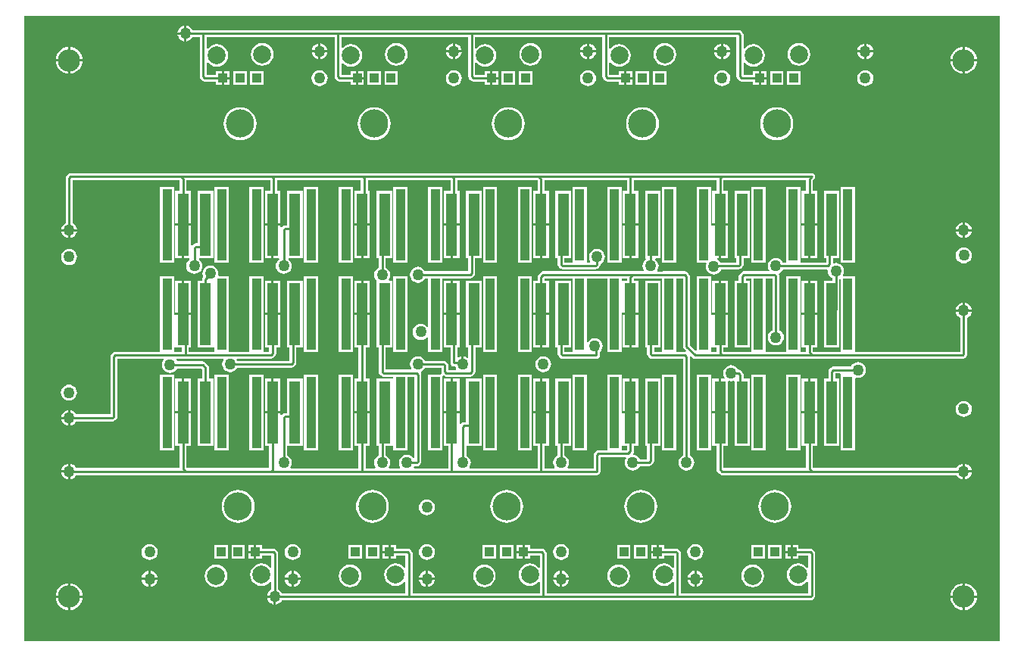
<source format=gbl>
G04*
G04 #@! TF.GenerationSoftware,Altium Limited,Altium Designer,21.1.1 (26)*
G04*
G04 Layer_Physical_Order=4*
G04 Layer_Color=16711680*
%FSLAX25Y25*%
%MOIN*%
G70*
G04*
G04 #@! TF.SameCoordinates,5D9DAD53-06A7-4B73-8655-5B298560343D*
G04*
G04*
G04 #@! TF.FilePolarity,Positive*
G04*
G01*
G75*
%ADD12C,0.01000*%
%ADD23R,0.03937X0.03937*%
%ADD24C,0.09843*%
%ADD25C,0.07874*%
%ADD26C,0.12402*%
%ADD27C,0.05000*%
%ADD28R,0.04900X0.27600*%
%ADD29R,0.04300X0.31500*%
G36*
X547244Y118110D02*
X118110D01*
Y393701D01*
X547244D01*
Y118110D01*
D02*
G37*
%LPC*%
G36*
X188476Y389291D02*
X188063Y389237D01*
X187211Y388884D01*
X186480Y388323D01*
X185919Y387592D01*
X185566Y386740D01*
X185512Y386327D01*
X188476D01*
Y389291D01*
D02*
G37*
G36*
Y385327D02*
X185512D01*
X185566Y384913D01*
X185919Y384062D01*
X186480Y383330D01*
X187211Y382769D01*
X188063Y382417D01*
X188476Y382362D01*
Y385327D01*
D02*
G37*
G36*
X488689Y381417D02*
Y378453D01*
X491653D01*
X491599Y378866D01*
X491246Y379718D01*
X490685Y380449D01*
X489954Y381010D01*
X489103Y381363D01*
X488689Y381417D01*
D02*
G37*
G36*
X487689D02*
X487275Y381363D01*
X486424Y381010D01*
X485693Y380449D01*
X485132Y379718D01*
X484779Y378866D01*
X484725Y378453D01*
X487689D01*
Y381417D01*
D02*
G37*
G36*
X425697D02*
Y378453D01*
X428661D01*
X428607Y378866D01*
X428254Y379718D01*
X427693Y380449D01*
X426962Y381010D01*
X426111Y381363D01*
X425697Y381417D01*
D02*
G37*
G36*
X424697D02*
X424283Y381363D01*
X423432Y381010D01*
X422701Y380449D01*
X422140Y379718D01*
X421787Y378866D01*
X421733Y378453D01*
X424697D01*
Y381417D01*
D02*
G37*
G36*
X366642D02*
Y378453D01*
X369606D01*
X369552Y378866D01*
X369199Y379718D01*
X368638Y380449D01*
X367907Y381010D01*
X367055Y381363D01*
X366642Y381417D01*
D02*
G37*
G36*
X365642D02*
X365228Y381363D01*
X364377Y381010D01*
X363646Y380449D01*
X363085Y379718D01*
X362732Y378866D01*
X362677Y378453D01*
X365642D01*
Y381417D01*
D02*
G37*
G36*
X307587D02*
Y378453D01*
X310551D01*
X310496Y378866D01*
X310144Y379718D01*
X309583Y380449D01*
X308852Y381010D01*
X308000Y381363D01*
X307587Y381417D01*
D02*
G37*
G36*
X306587D02*
X306173Y381363D01*
X305322Y381010D01*
X304590Y380449D01*
X304029Y379718D01*
X303677Y378866D01*
X303622Y378453D01*
X306587D01*
Y381417D01*
D02*
G37*
G36*
X248532D02*
Y378453D01*
X251496D01*
X251441Y378866D01*
X251089Y379718D01*
X250528Y380449D01*
X249797Y381010D01*
X248945Y381363D01*
X248532Y381417D01*
D02*
G37*
G36*
X247532D02*
X247118Y381363D01*
X246266Y381010D01*
X245535Y380449D01*
X244974Y379718D01*
X244622Y378866D01*
X244567Y378453D01*
X247532D01*
Y381417D01*
D02*
G37*
G36*
X531996Y379916D02*
Y374516D01*
X537397D01*
X537332Y375177D01*
X536993Y376293D01*
X536443Y377321D01*
X535703Y378223D01*
X534802Y378963D01*
X533773Y379513D01*
X532657Y379851D01*
X531996Y379916D01*
D02*
G37*
G36*
X530996D02*
X530335Y379851D01*
X529219Y379513D01*
X528191Y378963D01*
X527289Y378223D01*
X526549Y377321D01*
X525999Y376293D01*
X525661Y375177D01*
X525595Y374516D01*
X530996D01*
Y379916D01*
D02*
G37*
G36*
X138295D02*
Y374516D01*
X143696D01*
X143631Y375177D01*
X143292Y376293D01*
X142743Y377321D01*
X142002Y378223D01*
X141101Y378963D01*
X140072Y379513D01*
X138956Y379851D01*
X138295Y379916D01*
D02*
G37*
G36*
X137295D02*
X136635Y379851D01*
X135518Y379513D01*
X134490Y378963D01*
X133588Y378223D01*
X132848Y377321D01*
X132298Y376293D01*
X131960Y375177D01*
X131895Y374516D01*
X137295D01*
Y379916D01*
D02*
G37*
G36*
X491653Y377453D02*
X488689D01*
Y374488D01*
X489103Y374543D01*
X489954Y374896D01*
X490685Y375457D01*
X491246Y376188D01*
X491599Y377039D01*
X491653Y377453D01*
D02*
G37*
G36*
X487689D02*
X484725D01*
X484779Y377039D01*
X485132Y376188D01*
X485693Y375457D01*
X486424Y374896D01*
X487275Y374543D01*
X487689Y374488D01*
Y377453D01*
D02*
G37*
G36*
X428661D02*
X425697D01*
Y374488D01*
X426111Y374543D01*
X426962Y374896D01*
X427693Y375457D01*
X428254Y376188D01*
X428607Y377039D01*
X428661Y377453D01*
D02*
G37*
G36*
X424697D02*
X421733D01*
X421787Y377039D01*
X422140Y376188D01*
X422701Y375457D01*
X423432Y374896D01*
X424283Y374543D01*
X424697Y374488D01*
Y377453D01*
D02*
G37*
G36*
X369606D02*
X366642D01*
Y374488D01*
X367055Y374543D01*
X367907Y374896D01*
X368638Y375457D01*
X369199Y376188D01*
X369552Y377039D01*
X369606Y377453D01*
D02*
G37*
G36*
X365642D02*
X362677D01*
X362732Y377039D01*
X363085Y376188D01*
X363646Y375457D01*
X364377Y374896D01*
X365228Y374543D01*
X365642Y374488D01*
Y377453D01*
D02*
G37*
G36*
X310551D02*
X307587D01*
Y374488D01*
X308000Y374543D01*
X308852Y374896D01*
X309583Y375457D01*
X310144Y376188D01*
X310496Y377039D01*
X310551Y377453D01*
D02*
G37*
G36*
X306587D02*
X303622D01*
X303677Y377039D01*
X304029Y376188D01*
X304590Y375457D01*
X305322Y374896D01*
X306173Y374543D01*
X306587Y374488D01*
Y377453D01*
D02*
G37*
G36*
X251496D02*
X248532D01*
Y374488D01*
X248945Y374543D01*
X249797Y374896D01*
X250528Y375457D01*
X251089Y376188D01*
X251441Y377039D01*
X251496Y377453D01*
D02*
G37*
G36*
X247532D02*
X244567D01*
X244622Y377039D01*
X244974Y376188D01*
X245535Y375457D01*
X246266Y374896D01*
X247118Y374543D01*
X247532Y374488D01*
Y377453D01*
D02*
G37*
G36*
X458976Y381653D02*
X457688Y381483D01*
X456487Y380986D01*
X455455Y380194D01*
X454664Y379163D01*
X454166Y377962D01*
X453997Y376673D01*
X454166Y375384D01*
X454664Y374183D01*
X455455Y373152D01*
X456487Y372361D01*
X457688Y371863D01*
X458976Y371694D01*
X460265Y371863D01*
X461466Y372361D01*
X462498Y373152D01*
X463289Y374183D01*
X463786Y375384D01*
X463956Y376673D01*
X463786Y377962D01*
X463289Y379163D01*
X462498Y380194D01*
X461466Y380986D01*
X460265Y381483D01*
X458976Y381653D01*
D02*
G37*
G36*
X399921D02*
X398632Y381483D01*
X397431Y380986D01*
X396400Y380194D01*
X395609Y379163D01*
X395111Y377962D01*
X394942Y376673D01*
X395111Y375384D01*
X395609Y374183D01*
X396400Y373152D01*
X397431Y372361D01*
X398632Y371863D01*
X399921Y371694D01*
X401210Y371863D01*
X402411Y372361D01*
X403442Y373152D01*
X404234Y374183D01*
X404731Y375384D01*
X404901Y376673D01*
X404731Y377962D01*
X404234Y379163D01*
X403442Y380194D01*
X402411Y380986D01*
X401210Y381483D01*
X399921Y381653D01*
D02*
G37*
G36*
X340866D02*
X339577Y381483D01*
X338376Y380986D01*
X337345Y380194D01*
X336554Y379163D01*
X336056Y377962D01*
X335887Y376673D01*
X336056Y375384D01*
X336554Y374183D01*
X337345Y373152D01*
X338376Y372361D01*
X339577Y371863D01*
X340866Y371694D01*
X342155Y371863D01*
X343356Y372361D01*
X344387Y373152D01*
X345179Y374183D01*
X345676Y375384D01*
X345846Y376673D01*
X345676Y377962D01*
X345179Y379163D01*
X344387Y380194D01*
X343356Y380986D01*
X342155Y381483D01*
X340866Y381653D01*
D02*
G37*
G36*
X281811D02*
X280522Y381483D01*
X279321Y380986D01*
X278290Y380194D01*
X277499Y379163D01*
X277001Y377962D01*
X276831Y376673D01*
X277001Y375384D01*
X277499Y374183D01*
X278290Y373152D01*
X279321Y372361D01*
X280522Y371863D01*
X281811Y371694D01*
X283100Y371863D01*
X284301Y372361D01*
X285332Y373152D01*
X286123Y374183D01*
X286621Y375384D01*
X286791Y376673D01*
X286621Y377962D01*
X286123Y379163D01*
X285332Y380194D01*
X284301Y380986D01*
X283100Y381483D01*
X281811Y381653D01*
D02*
G37*
G36*
X222756D02*
X221467Y381483D01*
X220266Y380986D01*
X219235Y380194D01*
X218443Y379163D01*
X217946Y377962D01*
X217776Y376673D01*
X217946Y375384D01*
X218443Y374183D01*
X219235Y373152D01*
X220266Y372361D01*
X221467Y371863D01*
X222756Y371694D01*
X224045Y371863D01*
X225246Y372361D01*
X226277Y373152D01*
X227068Y374183D01*
X227566Y375384D01*
X227735Y376673D01*
X227566Y377962D01*
X227068Y379163D01*
X226277Y380194D01*
X225246Y380986D01*
X224045Y381483D01*
X222756Y381653D01*
D02*
G37*
G36*
X189476Y389291D02*
Y385827D01*
Y382362D01*
X189890Y382417D01*
X190742Y382769D01*
X191473Y383330D01*
X192034Y384062D01*
X192131Y384297D01*
X195321D01*
Y366727D01*
X195437Y366142D01*
X195769Y365646D01*
X196355Y365060D01*
X196851Y364729D01*
X197436Y364612D01*
X202543D01*
Y363173D01*
X205012D01*
Y366142D01*
Y369110D01*
X202543D01*
Y367671D01*
X198380D01*
Y372914D01*
X198880Y373083D01*
X199235Y372621D01*
X200266Y371829D01*
X201467Y371332D01*
X202756Y371162D01*
X204045Y371332D01*
X205246Y371829D01*
X206277Y372621D01*
X207068Y373652D01*
X207566Y374853D01*
X207735Y376142D01*
X207566Y377431D01*
X207068Y378631D01*
X206277Y379663D01*
X205246Y380454D01*
X204045Y380952D01*
X202756Y381121D01*
X201467Y380952D01*
X200266Y380454D01*
X199235Y379663D01*
X198880Y379200D01*
X198380Y379370D01*
Y384297D01*
X254549D01*
Y366727D01*
X254665Y366142D01*
X254997Y365646D01*
X255582Y365060D01*
X256079Y364729D01*
X256664Y364612D01*
X261598D01*
Y363173D01*
X264067D01*
Y366142D01*
Y369110D01*
X261598D01*
Y367671D01*
X257608D01*
Y372732D01*
X258081Y372893D01*
X258290Y372621D01*
X259321Y371829D01*
X260522Y371332D01*
X261811Y371162D01*
X263100Y371332D01*
X264301Y371829D01*
X265332Y372621D01*
X266124Y373652D01*
X266621Y374853D01*
X266791Y376142D01*
X266621Y377431D01*
X266124Y378631D01*
X265332Y379663D01*
X264301Y380454D01*
X263100Y380952D01*
X261811Y381121D01*
X260522Y380952D01*
X259321Y380454D01*
X258290Y379663D01*
X258081Y379391D01*
X257608Y379551D01*
Y384297D01*
X313431D01*
Y366727D01*
X313548Y366142D01*
X313879Y365646D01*
X314465Y365060D01*
X314961Y364729D01*
X315546Y364612D01*
X320654D01*
Y363173D01*
X323122D01*
Y366142D01*
Y369110D01*
X320654D01*
Y367671D01*
X316490D01*
Y372914D01*
X316990Y373083D01*
X317345Y372621D01*
X318376Y371829D01*
X319577Y371332D01*
X320866Y371162D01*
X322155Y371332D01*
X323356Y371829D01*
X324387Y372621D01*
X325179Y373652D01*
X325676Y374853D01*
X325846Y376142D01*
X325676Y377431D01*
X325179Y378631D01*
X324387Y379663D01*
X323356Y380454D01*
X322155Y380952D01*
X320866Y381121D01*
X319577Y380952D01*
X318376Y380454D01*
X317345Y379663D01*
X316990Y379200D01*
X316490Y379370D01*
Y384297D01*
X372486D01*
Y366727D01*
X372603Y366142D01*
X372934Y365646D01*
X373520Y365060D01*
X374016Y364729D01*
X374602Y364612D01*
X379709D01*
Y363173D01*
X382177D01*
Y366142D01*
Y369110D01*
X379709D01*
Y367671D01*
X375545D01*
Y372914D01*
X376045Y373083D01*
X376400Y372621D01*
X377431Y371829D01*
X378632Y371332D01*
X379921Y371162D01*
X381210Y371332D01*
X382411Y371829D01*
X383442Y372621D01*
X384234Y373652D01*
X384731Y374853D01*
X384901Y376142D01*
X384731Y377431D01*
X384234Y378631D01*
X383442Y379663D01*
X382411Y380454D01*
X381210Y380952D01*
X379921Y381121D01*
X378632Y380952D01*
X377431Y380454D01*
X376400Y379663D01*
X376045Y379200D01*
X375545Y379370D01*
Y384297D01*
X431541D01*
Y366727D01*
X431658Y366142D01*
X431989Y365646D01*
X432575Y365060D01*
X433071Y364729D01*
X433657Y364612D01*
X438764D01*
Y363173D01*
X441232D01*
Y366142D01*
X441732D01*
D01*
X441232D01*
Y369110D01*
X438764D01*
Y367671D01*
X434600D01*
Y372914D01*
X435100Y373083D01*
X435455Y372621D01*
X436487Y371829D01*
X437688Y371332D01*
X438976Y371162D01*
X440265Y371332D01*
X441466Y371829D01*
X442497Y372621D01*
X443289Y373652D01*
X443786Y374853D01*
X443956Y376142D01*
X443786Y377431D01*
X443289Y378631D01*
X442497Y379663D01*
X441466Y380454D01*
X440265Y380952D01*
X438976Y381121D01*
X437688Y380952D01*
X436487Y380454D01*
X435455Y379663D01*
X435100Y379200D01*
X434600Y379370D01*
Y385241D01*
X434484Y385826D01*
X434152Y386322D01*
X433567Y386908D01*
X433070Y387240D01*
X432485Y387356D01*
X192131D01*
X192034Y387592D01*
X191473Y388323D01*
X190742Y388884D01*
X189890Y389237D01*
X189476Y389291D01*
D02*
G37*
G36*
X537397Y373516D02*
X531996D01*
Y368115D01*
X532657Y368180D01*
X533773Y368519D01*
X534802Y369069D01*
X535703Y369809D01*
X536443Y370710D01*
X536993Y371739D01*
X537332Y372855D01*
X537397Y373516D01*
D02*
G37*
G36*
X530996D02*
X525595D01*
X525661Y372855D01*
X525999Y371739D01*
X526549Y370710D01*
X527289Y369809D01*
X528191Y369069D01*
X529219Y368519D01*
X530335Y368180D01*
X530996Y368115D01*
Y373516D01*
D02*
G37*
G36*
X143696D02*
X138295D01*
Y368115D01*
X138956Y368180D01*
X140072Y368519D01*
X141101Y369069D01*
X142002Y369809D01*
X142743Y370710D01*
X143292Y371739D01*
X143631Y372855D01*
X143696Y373516D01*
D02*
G37*
G36*
X137295D02*
X131895D01*
X131960Y372855D01*
X132298Y371739D01*
X132848Y370710D01*
X133588Y369809D01*
X134490Y369069D01*
X135518Y368519D01*
X136635Y368180D01*
X137295Y368115D01*
Y373516D01*
D02*
G37*
G36*
X444701Y369110D02*
X442232D01*
Y366642D01*
X444701D01*
Y369110D01*
D02*
G37*
G36*
X326590D02*
X324122D01*
Y366642D01*
X326590D01*
Y369110D01*
D02*
G37*
G36*
X267535D02*
X265067D01*
Y366642D01*
X267535D01*
Y369110D01*
D02*
G37*
G36*
X208480D02*
X206012D01*
Y366642D01*
X208480D01*
Y369110D01*
D02*
G37*
G36*
X385646D02*
X383177D01*
Y366642D01*
X385646D01*
Y369110D01*
D02*
G37*
G36*
X459661D02*
X453724D01*
Y363173D01*
X459661D01*
Y369110D01*
D02*
G37*
G36*
X452181D02*
X446244D01*
Y363173D01*
X452181D01*
Y369110D01*
D02*
G37*
G36*
X444701Y365642D02*
X442232D01*
Y363173D01*
X444701D01*
Y365642D01*
D02*
G37*
G36*
X400606Y369110D02*
X394669D01*
Y363173D01*
X400606D01*
Y369110D01*
D02*
G37*
G36*
X393126D02*
X387189D01*
Y363173D01*
X393126D01*
Y369110D01*
D02*
G37*
G36*
X385646Y365642D02*
X383177D01*
Y363173D01*
X385646D01*
Y365642D01*
D02*
G37*
G36*
X341551Y369110D02*
X335614D01*
Y363173D01*
X341551D01*
Y369110D01*
D02*
G37*
G36*
X334071D02*
X328134D01*
Y363173D01*
X334071D01*
Y369110D01*
D02*
G37*
G36*
X326590Y365642D02*
X324122D01*
Y363173D01*
X326590D01*
Y365642D01*
D02*
G37*
G36*
X282496Y369110D02*
X276559D01*
Y363173D01*
X282496D01*
Y369110D01*
D02*
G37*
G36*
X275016D02*
X269079D01*
Y363173D01*
X275016D01*
Y369110D01*
D02*
G37*
G36*
X267535Y365642D02*
X265067D01*
Y363173D01*
X267535D01*
Y365642D01*
D02*
G37*
G36*
X223441Y369110D02*
X217504D01*
Y363173D01*
X223441D01*
Y369110D01*
D02*
G37*
G36*
X215961D02*
X210024D01*
Y363173D01*
X215961D01*
Y369110D01*
D02*
G37*
G36*
X208480Y365642D02*
X206012D01*
Y363173D01*
X208480D01*
Y365642D01*
D02*
G37*
G36*
X488189Y369672D02*
X487275Y369552D01*
X486424Y369199D01*
X485693Y368638D01*
X485132Y367907D01*
X484779Y367055D01*
X484659Y366142D01*
X484779Y365228D01*
X485132Y364377D01*
X485693Y363646D01*
X486424Y363085D01*
X487275Y362732D01*
X488189Y362612D01*
X489103Y362732D01*
X489954Y363085D01*
X490685Y363646D01*
X491246Y364377D01*
X491599Y365228D01*
X491719Y366142D01*
X491599Y367055D01*
X491246Y367907D01*
X490685Y368638D01*
X489954Y369199D01*
X489103Y369552D01*
X488189Y369672D01*
D02*
G37*
G36*
X425197D02*
X424283Y369552D01*
X423432Y369199D01*
X422701Y368638D01*
X422140Y367907D01*
X421787Y367055D01*
X421667Y366142D01*
X421787Y365228D01*
X422140Y364377D01*
X422701Y363646D01*
X423432Y363085D01*
X424283Y362732D01*
X425197Y362612D01*
X426111Y362732D01*
X426962Y363085D01*
X427693Y363646D01*
X428254Y364377D01*
X428607Y365228D01*
X428727Y366142D01*
X428607Y367055D01*
X428254Y367907D01*
X427693Y368638D01*
X426962Y369199D01*
X426111Y369552D01*
X425197Y369672D01*
D02*
G37*
G36*
X366142D02*
X365228Y369552D01*
X364377Y369199D01*
X363646Y368638D01*
X363085Y367907D01*
X362732Y367055D01*
X362612Y366142D01*
X362732Y365228D01*
X363085Y364377D01*
X363646Y363646D01*
X364377Y363085D01*
X365228Y362732D01*
X366142Y362612D01*
X367055Y362732D01*
X367907Y363085D01*
X368638Y363646D01*
X369199Y364377D01*
X369552Y365228D01*
X369672Y366142D01*
X369552Y367055D01*
X369199Y367907D01*
X368638Y368638D01*
X367907Y369199D01*
X367055Y369552D01*
X366142Y369672D01*
D02*
G37*
G36*
X307087D02*
X306173Y369552D01*
X305322Y369199D01*
X304590Y368638D01*
X304029Y367907D01*
X303677Y367055D01*
X303556Y366142D01*
X303677Y365228D01*
X304029Y364377D01*
X304590Y363646D01*
X305322Y363085D01*
X306173Y362732D01*
X307087Y362612D01*
X308000Y362732D01*
X308852Y363085D01*
X309583Y363646D01*
X310144Y364377D01*
X310496Y365228D01*
X310617Y366142D01*
X310496Y367055D01*
X310144Y367907D01*
X309583Y368638D01*
X308852Y369199D01*
X308000Y369552D01*
X307087Y369672D01*
D02*
G37*
G36*
X248031D02*
X247118Y369552D01*
X246266Y369199D01*
X245535Y368638D01*
X244974Y367907D01*
X244622Y367055D01*
X244501Y366142D01*
X244622Y365228D01*
X244974Y364377D01*
X245535Y363646D01*
X246266Y363085D01*
X247118Y362732D01*
X248031Y362612D01*
X248945Y362732D01*
X249797Y363085D01*
X250528Y363646D01*
X251089Y364377D01*
X251441Y365228D01*
X251562Y366142D01*
X251441Y367055D01*
X251089Y367907D01*
X250528Y368638D01*
X249797Y369199D01*
X248945Y369552D01*
X248031Y369672D01*
D02*
G37*
G36*
X449213Y353299D02*
X447801Y353160D01*
X446444Y352748D01*
X445193Y352079D01*
X444096Y351179D01*
X443196Y350083D01*
X442528Y348832D01*
X442116Y347475D01*
X441977Y346063D01*
X442116Y344651D01*
X442528Y343294D01*
X443196Y342043D01*
X444096Y340947D01*
X445193Y340047D01*
X446444Y339378D01*
X447801Y338966D01*
X449213Y338827D01*
X450624Y338966D01*
X451981Y339378D01*
X453232Y340047D01*
X454329Y340947D01*
X455229Y342043D01*
X455897Y343294D01*
X456309Y344651D01*
X456448Y346063D01*
X456309Y347475D01*
X455897Y348832D01*
X455229Y350083D01*
X454329Y351179D01*
X453232Y352079D01*
X451981Y352748D01*
X450624Y353160D01*
X449213Y353299D01*
D02*
G37*
G36*
X390158D02*
X388746Y353160D01*
X387388Y352748D01*
X386138Y352079D01*
X385041Y351179D01*
X384141Y350083D01*
X383473Y348832D01*
X383061Y347475D01*
X382922Y346063D01*
X383061Y344651D01*
X383473Y343294D01*
X384141Y342043D01*
X385041Y340947D01*
X386138Y340047D01*
X387388Y339378D01*
X388746Y338966D01*
X390158Y338827D01*
X391569Y338966D01*
X392926Y339378D01*
X394177Y340047D01*
X395274Y340947D01*
X396174Y342043D01*
X396842Y343294D01*
X397254Y344651D01*
X397393Y346063D01*
X397254Y347475D01*
X396842Y348832D01*
X396174Y350083D01*
X395274Y351179D01*
X394177Y352079D01*
X392926Y352748D01*
X391569Y353160D01*
X390158Y353299D01*
D02*
G37*
G36*
X331102D02*
X329691Y353160D01*
X328333Y352748D01*
X327082Y352079D01*
X325986Y351179D01*
X325086Y350083D01*
X324417Y348832D01*
X324006Y347475D01*
X323867Y346063D01*
X324006Y344651D01*
X324417Y343294D01*
X325086Y342043D01*
X325986Y340947D01*
X327082Y340047D01*
X328333Y339378D01*
X329691Y338966D01*
X331102Y338827D01*
X332514Y338966D01*
X333871Y339378D01*
X335122Y340047D01*
X336219Y340947D01*
X337119Y342043D01*
X337787Y343294D01*
X338199Y344651D01*
X338338Y346063D01*
X338199Y347475D01*
X337787Y348832D01*
X337119Y350083D01*
X336219Y351179D01*
X335122Y352079D01*
X333871Y352748D01*
X332514Y353160D01*
X331102Y353299D01*
D02*
G37*
G36*
X272047D02*
X270636Y353160D01*
X269278Y352748D01*
X268027Y352079D01*
X266931Y351179D01*
X266031Y350083D01*
X265362Y348832D01*
X264951Y347475D01*
X264812Y346063D01*
X264951Y344651D01*
X265362Y343294D01*
X266031Y342043D01*
X266931Y340947D01*
X268027Y340047D01*
X269278Y339378D01*
X270636Y338966D01*
X272047Y338827D01*
X273459Y338966D01*
X274816Y339378D01*
X276067Y340047D01*
X277164Y340947D01*
X278063Y342043D01*
X278732Y343294D01*
X279144Y344651D01*
X279283Y346063D01*
X279144Y347475D01*
X278732Y348832D01*
X278063Y350083D01*
X277164Y351179D01*
X276067Y352079D01*
X274816Y352748D01*
X273459Y353160D01*
X272047Y353299D01*
D02*
G37*
G36*
X212992D02*
X211580Y353160D01*
X210223Y352748D01*
X208972Y352079D01*
X207876Y351179D01*
X206976Y350083D01*
X206307Y348832D01*
X205895Y347475D01*
X205756Y346063D01*
X205895Y344651D01*
X206307Y343294D01*
X206976Y342043D01*
X207876Y340947D01*
X208972Y340047D01*
X210223Y339378D01*
X211580Y338966D01*
X212992Y338827D01*
X214404Y338966D01*
X215761Y339378D01*
X217012Y340047D01*
X218109Y340947D01*
X219008Y342043D01*
X219677Y343294D01*
X220089Y344651D01*
X220228Y346063D01*
X220089Y347475D01*
X219677Y348832D01*
X219008Y350083D01*
X218109Y351179D01*
X217012Y352079D01*
X215761Y352748D01*
X214404Y353160D01*
X212992Y353299D01*
D02*
G37*
G36*
X464567Y324364D02*
X138381D01*
X137796Y324248D01*
X137300Y323916D01*
X136714Y323330D01*
X136382Y322834D01*
X136266Y322249D01*
Y302367D01*
X136030Y302270D01*
X135299Y301709D01*
X134738Y300978D01*
X134385Y300126D01*
X134331Y299713D01*
X141260D01*
X141205Y300126D01*
X140852Y300978D01*
X140292Y301709D01*
X139560Y302270D01*
X139325Y302367D01*
Y321305D01*
X186374D01*
X186463Y321217D01*
Y316414D01*
X184542D01*
Y302114D01*
X191442D01*
Y316414D01*
X189522D01*
Y321305D01*
X226231D01*
Y316414D01*
X223912D01*
Y302114D01*
X230812D01*
Y316414D01*
X229290D01*
Y321305D01*
X266187D01*
Y316414D01*
X263282D01*
Y302114D01*
X270182D01*
Y316414D01*
X269246D01*
Y321305D01*
X305557D01*
Y316414D01*
X302652D01*
Y302114D01*
X309552D01*
Y316414D01*
X308616D01*
Y321305D01*
X343855D01*
X343943Y321217D01*
Y316414D01*
X342022D01*
Y302114D01*
X348922D01*
Y316414D01*
X347002D01*
Y321305D01*
X383313D01*
Y316414D01*
X381393D01*
Y302114D01*
X388293D01*
Y316414D01*
X386372D01*
Y321305D01*
X422683D01*
Y316414D01*
X420763D01*
Y302114D01*
X427663D01*
Y316414D01*
X425742D01*
Y321217D01*
X425830Y321305D01*
X462053D01*
Y316414D01*
X460133D01*
Y302114D01*
X467033D01*
Y316414D01*
X465112D01*
Y321217D01*
X465648Y321753D01*
X465980Y322249D01*
X466096Y322835D01*
X465980Y323420D01*
X465648Y323916D01*
X465152Y324248D01*
X464567Y324364D01*
D02*
G37*
G36*
X240655Y316414D02*
X233755D01*
Y301328D01*
X232869D01*
X232284Y301211D01*
X231788Y300880D01*
X231312Y300404D01*
X230877Y300540D01*
X230812Y300589D01*
Y301114D01*
X227862D01*
Y286814D01*
X230078D01*
X230247Y286314D01*
X229787Y285961D01*
X229226Y285230D01*
X228873Y284378D01*
X228753Y283465D01*
X228873Y282551D01*
X229226Y281699D01*
X229787Y280968D01*
X230518Y280407D01*
X231370Y280055D01*
X232283Y279934D01*
X233197Y280055D01*
X234049Y280407D01*
X234780Y280968D01*
X235341Y281699D01*
X235693Y282551D01*
X235814Y283465D01*
X235693Y284378D01*
X235341Y285230D01*
X234780Y285961D01*
X234320Y286314D01*
X234489Y286814D01*
X240655D01*
Y316414D01*
D02*
G37*
G36*
X531996Y302677D02*
Y299713D01*
X534960D01*
X534906Y300126D01*
X534553Y300978D01*
X533992Y301709D01*
X533261Y302270D01*
X532410Y302623D01*
X531996Y302677D01*
D02*
G37*
G36*
X530996D02*
X530582Y302623D01*
X529731Y302270D01*
X529000Y301709D01*
X528439Y300978D01*
X528086Y300126D01*
X528032Y299713D01*
X530996D01*
Y302677D01*
D02*
G37*
G36*
X534960Y298713D02*
X531996D01*
Y295748D01*
X532410Y295803D01*
X533261Y296155D01*
X533992Y296716D01*
X534553Y297447D01*
X534906Y298299D01*
X534960Y298713D01*
D02*
G37*
G36*
X530996D02*
X528032D01*
X528086Y298299D01*
X528439Y297447D01*
X529000Y296716D01*
X529731Y296155D01*
X530582Y295803D01*
X530996Y295748D01*
Y298713D01*
D02*
G37*
G36*
X141260D02*
X138295D01*
Y295748D01*
X138709Y295803D01*
X139560Y296155D01*
X140292Y296716D01*
X140852Y297447D01*
X141205Y298299D01*
X141260Y298713D01*
D02*
G37*
G36*
X137295D02*
X134331D01*
X134385Y298299D01*
X134738Y297447D01*
X135299Y296716D01*
X136030Y296155D01*
X136882Y295803D01*
X137295Y295748D01*
Y298713D01*
D02*
G37*
G36*
X201285Y316414D02*
X194385D01*
Y293454D01*
X193499D01*
X192914Y293337D01*
X192418Y293006D01*
X191942Y292530D01*
X191507Y292666D01*
X191442Y292715D01*
Y301114D01*
X188492D01*
Y286814D01*
X190707D01*
X190877Y286314D01*
X190417Y285961D01*
X189856Y285230D01*
X189504Y284378D01*
X189383Y283465D01*
X189504Y282551D01*
X189856Y281699D01*
X190417Y280968D01*
X191148Y280407D01*
X192000Y280055D01*
X192913Y279934D01*
X193827Y280055D01*
X194678Y280407D01*
X195410Y280968D01*
X195971Y281699D01*
X196323Y282551D01*
X196444Y283465D01*
X196323Y284378D01*
X195971Y285230D01*
X195410Y285961D01*
X194950Y286314D01*
X195119Y286814D01*
X201285D01*
Y316414D01*
D02*
G37*
G36*
X467033Y301114D02*
X464083D01*
Y286814D01*
X467033D01*
Y301114D01*
D02*
G37*
G36*
X463083D02*
X460133D01*
Y286814D01*
X463083D01*
Y301114D01*
D02*
G37*
G36*
X427663D02*
X424713D01*
Y286814D01*
X427663D01*
Y301114D01*
D02*
G37*
G36*
X388293D02*
X385343D01*
Y286814D01*
X388293D01*
Y301114D01*
D02*
G37*
G36*
X384343D02*
X381393D01*
Y286814D01*
X384343D01*
Y301114D01*
D02*
G37*
G36*
X348922D02*
X345972D01*
Y286814D01*
X348922D01*
Y301114D01*
D02*
G37*
G36*
X344972D02*
X342022D01*
Y286814D01*
X344972D01*
Y301114D01*
D02*
G37*
G36*
X309552D02*
X306602D01*
Y286814D01*
X309552D01*
Y301114D01*
D02*
G37*
G36*
X305602D02*
X302652D01*
Y286814D01*
X305602D01*
Y301114D01*
D02*
G37*
G36*
X270182D02*
X267232D01*
Y286814D01*
X270182D01*
Y301114D01*
D02*
G37*
G36*
X266232D02*
X263282D01*
Y286814D01*
X266232D01*
Y301114D01*
D02*
G37*
G36*
X226862D02*
X223912D01*
Y286814D01*
X226862D01*
Y301114D01*
D02*
G37*
G36*
X187492D02*
X184542D01*
Y286814D01*
X187492D01*
Y301114D01*
D02*
G37*
G36*
X459626Y318364D02*
X453326D01*
Y284994D01*
X451974D01*
X451876Y285230D01*
X451315Y285961D01*
X450584Y286522D01*
X449733Y286875D01*
X448819Y286995D01*
X447905Y286875D01*
X447054Y286522D01*
X446323Y285961D01*
X445762Y285230D01*
X445409Y284378D01*
X445289Y283465D01*
X445409Y282551D01*
X445762Y281699D01*
X445911Y281505D01*
X445689Y281057D01*
X434641D01*
X434056Y280941D01*
X433560Y280609D01*
X432974Y280023D01*
X432642Y279527D01*
X432526Y278942D01*
Y277044D01*
X430605D01*
Y247444D01*
X437505D01*
Y277044D01*
X435584D01*
Y277998D01*
X438011D01*
Y245624D01*
X425830D01*
X425742Y245712D01*
Y247444D01*
X427663D01*
Y261744D01*
X420763D01*
Y247444D01*
X422683D01*
Y245624D01*
X420256D01*
Y278994D01*
X413956D01*
Y246340D01*
X413494Y246149D01*
X410978Y248665D01*
Y278942D01*
X410862Y279527D01*
X410530Y280023D01*
X409944Y280609D01*
X409448Y280941D01*
X408863Y281057D01*
X399054D01*
X398737Y280994D01*
X396782D01*
X396561Y281442D01*
X396758Y281699D01*
X397111Y282551D01*
X397231Y283465D01*
X397111Y284378D01*
X396758Y285230D01*
X396197Y285961D01*
X395737Y286314D01*
X395907Y286814D01*
X398135D01*
Y316414D01*
X391235D01*
Y286814D01*
X391495D01*
X391665Y286314D01*
X391205Y285961D01*
X390644Y285230D01*
X390291Y284378D01*
X390171Y283465D01*
X390291Y282551D01*
X390644Y281699D01*
X390779Y281523D01*
X390623Y281190D01*
X390506Y281057D01*
X346457D01*
X345871Y280941D01*
X345375Y280609D01*
X344391Y279625D01*
X344059Y279129D01*
X343943Y278543D01*
Y277044D01*
X342022D01*
Y262744D01*
X348922D01*
Y277044D01*
X347002D01*
Y277910D01*
X347090Y277998D01*
X359271D01*
Y245624D01*
X355860D01*
Y247444D01*
X358765D01*
Y277044D01*
X351865D01*
Y247444D01*
X352801D01*
Y244680D01*
X352918Y244095D01*
X353249Y243599D01*
X353835Y243013D01*
X354331Y242682D01*
X354917Y242565D01*
X369826D01*
X370411Y242682D01*
X370907Y243013D01*
X370953Y243059D01*
X371285Y243555D01*
X371401Y244140D01*
Y245489D01*
X371603Y245644D01*
X372164Y246375D01*
X372516Y247227D01*
X372637Y248140D01*
X372516Y249054D01*
X372164Y249905D01*
X371603Y250637D01*
X370871Y251198D01*
X370020Y251550D01*
X369106Y251670D01*
X368193Y251550D01*
X367341Y251198D01*
X366610Y250637D01*
X366071Y249934D01*
X366019Y249931D01*
X365571Y250171D01*
Y277998D01*
X374586D01*
Y245494D01*
X380886D01*
Y277998D01*
X383313D01*
Y277044D01*
X381393D01*
Y262744D01*
X388293D01*
Y277044D01*
X386372D01*
Y277910D01*
X386460Y277998D01*
X390307D01*
X390624Y277935D01*
X398641D01*
Y245624D01*
X395230D01*
Y247444D01*
X398135D01*
Y277044D01*
X391235D01*
Y247444D01*
X392171D01*
Y244680D01*
X392288Y244095D01*
X392619Y243599D01*
X393205Y243013D01*
X393701Y242682D01*
X394287Y242565D01*
X407919D01*
Y200005D01*
X407684Y199908D01*
X406953Y199347D01*
X406392Y198616D01*
X406039Y197764D01*
X405919Y196850D01*
X406039Y195937D01*
X406392Y195085D01*
X406953Y194354D01*
X407684Y193793D01*
X408535Y193440D01*
X409449Y193320D01*
X410362Y193440D01*
X411214Y193793D01*
X411945Y194354D01*
X412506Y195085D01*
X412859Y195937D01*
X412979Y196850D01*
X412859Y197764D01*
X412506Y198616D01*
X411945Y199347D01*
X411214Y199908D01*
X410978Y200005D01*
Y243509D01*
X410948Y243663D01*
X411408Y243909D01*
X412304Y243013D01*
X412801Y242682D01*
X413386Y242565D01*
X530910D01*
X531496Y242682D01*
X531992Y243013D01*
X532578Y243599D01*
X532909Y244095D01*
X533026Y244680D01*
Y260625D01*
X533261Y260722D01*
X533992Y261283D01*
X534553Y262014D01*
X534906Y262866D01*
X534960Y263280D01*
X528032D01*
X528086Y262866D01*
X528439Y262014D01*
X529000Y261283D01*
X529731Y260722D01*
X529967Y260625D01*
Y245624D01*
X483681D01*
Y278994D01*
X478482D01*
X478261Y279442D01*
X478297Y279489D01*
X478649Y280341D01*
X478770Y281254D01*
X478649Y282168D01*
X478297Y283019D01*
X477736Y283750D01*
X477004Y284311D01*
X476153Y284664D01*
X475239Y284784D01*
X474470Y284683D01*
X473970Y284992D01*
Y286814D01*
X476875D01*
Y316414D01*
X469975D01*
Y286814D01*
X470912D01*
Y284994D01*
X459626D01*
Y318364D01*
D02*
G37*
G36*
X365571D02*
X359271D01*
Y284994D01*
X355860D01*
Y286814D01*
X358765D01*
Y316414D01*
X351865D01*
Y286814D01*
X352801D01*
Y284050D01*
X352918Y283465D01*
X353249Y282969D01*
X353835Y282383D01*
X354331Y282052D01*
X354917Y281935D01*
X369493D01*
X370078Y282052D01*
X370574Y282383D01*
X371160Y282969D01*
X371492Y283465D01*
X371608Y284050D01*
Y284247D01*
X371844Y284344D01*
X372575Y284905D01*
X373136Y285636D01*
X373489Y286488D01*
X373609Y287402D01*
X373489Y288315D01*
X373136Y289167D01*
X372575Y289898D01*
X371844Y290459D01*
X370992Y290811D01*
X370079Y290932D01*
X369165Y290811D01*
X368314Y290459D01*
X367583Y289898D01*
X367021Y289167D01*
X366669Y288315D01*
X366548Y287402D01*
X366669Y286488D01*
X367021Y285636D01*
X367170Y285442D01*
X366949Y284994D01*
X365571D01*
Y318364D01*
D02*
G37*
G36*
X483681D02*
X477382D01*
Y284864D01*
X483681D01*
Y318364D01*
D02*
G37*
G36*
X444311D02*
X438011D01*
Y284864D01*
X444311D01*
Y318364D01*
D02*
G37*
G36*
X404941D02*
X398641D01*
Y284864D01*
X404941D01*
Y318364D01*
D02*
G37*
G36*
X380886D02*
X374586D01*
Y284864D01*
X380886D01*
Y318364D01*
D02*
G37*
G36*
X341516D02*
X335216D01*
Y284864D01*
X341516D01*
Y318364D01*
D02*
G37*
G36*
X326201D02*
X319901D01*
Y284864D01*
X326201D01*
Y318364D01*
D02*
G37*
G36*
X302146D02*
X295846D01*
Y284864D01*
X302146D01*
Y318364D01*
D02*
G37*
G36*
X286831D02*
X280531D01*
Y284864D01*
X286831D01*
Y318364D01*
D02*
G37*
G36*
X262776D02*
X256476D01*
Y284864D01*
X262776D01*
Y318364D01*
D02*
G37*
G36*
X247461D02*
X241161D01*
Y284864D01*
X247461D01*
Y318364D01*
D02*
G37*
G36*
X223406D02*
X217106D01*
Y284864D01*
X223406D01*
Y318364D01*
D02*
G37*
G36*
X208091D02*
X201791D01*
Y284864D01*
X208091D01*
Y318364D01*
D02*
G37*
G36*
X184036D02*
X177736D01*
Y284864D01*
X184036D01*
Y318364D01*
D02*
G37*
G36*
X531560Y291649D02*
X530646Y291529D01*
X529795Y291176D01*
X529064Y290615D01*
X528503Y289884D01*
X528150Y289032D01*
X528030Y288119D01*
X528150Y287205D01*
X528503Y286353D01*
X529064Y285622D01*
X529795Y285061D01*
X530646Y284709D01*
X531560Y284588D01*
X532474Y284709D01*
X533325Y285061D01*
X534056Y285622D01*
X534617Y286353D01*
X534970Y287205D01*
X535090Y288119D01*
X534970Y289032D01*
X534617Y289884D01*
X534056Y290615D01*
X533325Y291176D01*
X532474Y291529D01*
X531560Y291649D01*
D02*
G37*
G36*
X137795Y290932D02*
X136882Y290811D01*
X136030Y290459D01*
X135299Y289898D01*
X134738Y289167D01*
X134385Y288315D01*
X134265Y287402D01*
X134385Y286488D01*
X134738Y285636D01*
X135299Y284905D01*
X136030Y284344D01*
X136882Y283992D01*
X137795Y283871D01*
X138709Y283992D01*
X139560Y284344D01*
X140292Y284905D01*
X140852Y285636D01*
X141205Y286488D01*
X141325Y287402D01*
X141205Y288315D01*
X140852Y289167D01*
X140292Y289898D01*
X139560Y290459D01*
X138709Y290811D01*
X137795Y290932D01*
D02*
G37*
G36*
X319395Y316414D02*
X312495D01*
Y286814D01*
X313431D01*
Y281057D01*
X294493D01*
X294396Y281293D01*
X293835Y282024D01*
X293104Y282585D01*
X292252Y282938D01*
X291339Y283058D01*
X290425Y282938D01*
X289574Y282585D01*
X288842Y282024D01*
X288281Y281293D01*
X287929Y280441D01*
X287808Y279528D01*
X287929Y278614D01*
X288281Y277763D01*
X288842Y277031D01*
X289574Y276470D01*
X290425Y276118D01*
X291339Y275997D01*
X292252Y276118D01*
X293104Y276470D01*
X293835Y277031D01*
X294396Y277763D01*
X294493Y277998D01*
X295846D01*
Y256715D01*
X295346Y256545D01*
X295061Y256916D01*
X294330Y257477D01*
X293479Y257830D01*
X292565Y257950D01*
X291651Y257830D01*
X290800Y257477D01*
X290069Y256916D01*
X289508Y256185D01*
X289155Y255334D01*
X289035Y254420D01*
X289155Y253506D01*
X289508Y252655D01*
X290069Y251924D01*
X290800Y251363D01*
X291651Y251010D01*
X292565Y250890D01*
X293479Y251010D01*
X294330Y251363D01*
X295061Y251924D01*
X295346Y252295D01*
X295846Y252125D01*
Y245494D01*
X302146D01*
Y277998D01*
X314375D01*
X314960Y278115D01*
X315456Y278446D01*
X316042Y279032D01*
X316374Y279528D01*
X316490Y280113D01*
Y286814D01*
X319395D01*
Y316414D01*
D02*
G37*
G36*
X420256Y318364D02*
X413956D01*
Y284864D01*
X417960D01*
X418238Y284448D01*
X418090Y284091D01*
X417970Y283177D01*
X418090Y282264D01*
X418442Y281412D01*
X419003Y280681D01*
X419735Y280120D01*
X420586Y279767D01*
X421500Y279647D01*
X422413Y279767D01*
X423265Y280120D01*
X423996Y280681D01*
X424557Y281412D01*
X424774Y281935D01*
X432485D01*
X433070Y282052D01*
X433567Y282383D01*
X434152Y282969D01*
X434484Y283465D01*
X434600Y284050D01*
Y286814D01*
X437505D01*
Y316414D01*
X430605D01*
Y286814D01*
X431541D01*
Y284994D01*
X424517D01*
X423996Y285673D01*
X423265Y286234D01*
X423073Y286314D01*
X423173Y286814D01*
X423713D01*
Y301114D01*
X420763D01*
Y287498D01*
X420522Y287301D01*
X420256Y287422D01*
Y318364D01*
D02*
G37*
G36*
X531996Y267244D02*
Y264280D01*
X534960D01*
X534906Y264693D01*
X534553Y265545D01*
X533992Y266276D01*
X533261Y266837D01*
X532410Y267189D01*
X531996Y267244D01*
D02*
G37*
G36*
X530996D02*
X530582Y267189D01*
X529731Y266837D01*
X529000Y266276D01*
X528439Y265545D01*
X528086Y264693D01*
X528032Y264280D01*
X530996D01*
Y267244D01*
D02*
G37*
G36*
X427663Y277044D02*
X424713D01*
Y262744D01*
X427663D01*
Y277044D01*
D02*
G37*
G36*
X423713D02*
X420763D01*
Y262744D01*
X423713D01*
Y277044D01*
D02*
G37*
G36*
X309552D02*
X306602D01*
Y262744D01*
X309552D01*
Y277044D01*
D02*
G37*
G36*
X305602D02*
X302652D01*
Y262744D01*
X305602D01*
Y277044D01*
D02*
G37*
G36*
X270182D02*
X267232D01*
Y262744D01*
X270182D01*
Y277044D01*
D02*
G37*
G36*
X266232D02*
X263282D01*
Y262744D01*
X266232D01*
Y277044D01*
D02*
G37*
G36*
X230812D02*
X227862D01*
Y262744D01*
X230812D01*
Y277044D01*
D02*
G37*
G36*
X226862D02*
X223912D01*
Y262744D01*
X226862D01*
Y277044D01*
D02*
G37*
G36*
X191442D02*
X188492D01*
Y262744D01*
X191442D01*
Y277044D01*
D02*
G37*
G36*
X187492D02*
X184542D01*
Y262744D01*
X187492D01*
Y277044D01*
D02*
G37*
G36*
X388293Y261744D02*
X385343D01*
Y247444D01*
X388293D01*
Y261744D01*
D02*
G37*
G36*
X384343D02*
X381393D01*
Y247444D01*
X384343D01*
Y261744D01*
D02*
G37*
G36*
X348922D02*
X345972D01*
Y247444D01*
X348922D01*
Y261744D01*
D02*
G37*
G36*
X344972D02*
X342022D01*
Y247444D01*
X344972D01*
Y261744D01*
D02*
G37*
G36*
X200012Y283651D02*
X199098Y283531D01*
X198247Y283178D01*
X197516Y282617D01*
X196955Y281886D01*
X196602Y281035D01*
X196482Y280121D01*
X196602Y279208D01*
X196817Y278689D01*
X196753Y278625D01*
X196422Y278129D01*
X196305Y277544D01*
Y277044D01*
X194385D01*
Y247444D01*
X201285D01*
Y276266D01*
X201291Y276269D01*
X201791Y275969D01*
Y245687D01*
X199386D01*
X199069Y245624D01*
X190506D01*
Y247444D01*
X191442D01*
Y261744D01*
X184542D01*
Y247444D01*
X187447D01*
Y245624D01*
X184036D01*
Y278994D01*
X177736D01*
Y245624D01*
X158066D01*
X157481Y245508D01*
X156985Y245176D01*
X156399Y244590D01*
X156067Y244094D01*
X155951Y243509D01*
Y218065D01*
X140950D01*
X140852Y218301D01*
X140292Y219032D01*
X139560Y219593D01*
X138709Y219945D01*
X138295Y220000D01*
Y216535D01*
Y213071D01*
X138709Y213125D01*
X139560Y213478D01*
X140292Y214039D01*
X140852Y214770D01*
X140950Y215006D01*
X156895D01*
X157480Y215123D01*
X157976Y215454D01*
X158562Y216040D01*
X158893Y216536D01*
X159010Y217121D01*
Y242565D01*
X179225D01*
X179471Y242065D01*
X179132Y241623D01*
X178779Y240772D01*
X178659Y239858D01*
X178779Y238944D01*
X179132Y238093D01*
X179693Y237362D01*
X180424Y236801D01*
X181275Y236448D01*
X182189Y236328D01*
X183103Y236448D01*
X183954Y236801D01*
X184685Y237362D01*
X185247Y238093D01*
X185344Y238329D01*
X195917D01*
X196305Y237941D01*
Y233737D01*
X194385D01*
Y204137D01*
X201285D01*
Y233737D01*
X199364D01*
Y238574D01*
X199248Y239159D01*
X198916Y239655D01*
X197632Y240939D01*
X197136Y241271D01*
X196551Y241387D01*
X185344D01*
X185247Y241623D01*
X184907Y242065D01*
X185154Y242565D01*
X199323D01*
X199640Y242628D01*
X205580D01*
X205801Y242180D01*
X205604Y241923D01*
X205252Y241071D01*
X205131Y240158D01*
X205252Y239244D01*
X205604Y238392D01*
X206165Y237661D01*
X206896Y237100D01*
X207748Y236748D01*
X208661Y236627D01*
X209575Y236748D01*
X210426Y237100D01*
X211158Y237661D01*
X211719Y238392D01*
X211816Y238628D01*
X235635D01*
X236220Y238744D01*
X236716Y239076D01*
X237302Y239662D01*
X237633Y240158D01*
X237750Y240743D01*
Y247444D01*
X240655D01*
Y277044D01*
X233755D01*
Y247444D01*
X234691D01*
Y241687D01*
X211816D01*
X211719Y241923D01*
X211521Y242180D01*
X211742Y242628D01*
X226776D01*
X227362Y242744D01*
X227858Y243076D01*
X228444Y243662D01*
X228775Y244158D01*
X228892Y244743D01*
Y247444D01*
X230812D01*
Y261744D01*
X223912D01*
Y247444D01*
X225833D01*
Y245687D01*
X223406D01*
Y278994D01*
X217106D01*
Y245687D01*
X208091D01*
Y278994D01*
X203832D01*
X203459Y279494D01*
X203542Y280121D01*
X203422Y281035D01*
X203069Y281886D01*
X202508Y282617D01*
X201777Y283178D01*
X200925Y283531D01*
X200012Y283651D01*
D02*
G37*
G36*
X341516Y278994D02*
X335216D01*
Y245494D01*
X341516D01*
Y278994D01*
D02*
G37*
G36*
X326201D02*
X319901D01*
Y245494D01*
X326201D01*
Y278994D01*
D02*
G37*
G36*
X286831D02*
X280531D01*
Y245494D01*
X286831D01*
Y278994D01*
D02*
G37*
G36*
X262776D02*
X256476D01*
Y245494D01*
X262776D01*
Y278994D01*
D02*
G37*
G36*
X247461D02*
X241161D01*
Y245494D01*
X247461D01*
Y278994D01*
D02*
G37*
G36*
X346457Y243688D02*
X345543Y243567D01*
X344692Y243215D01*
X343960Y242654D01*
X343399Y241923D01*
X343047Y241071D01*
X342927Y240158D01*
X343047Y239244D01*
X343399Y238392D01*
X343960Y237661D01*
X344692Y237100D01*
X345543Y236748D01*
X346457Y236627D01*
X347370Y236748D01*
X348222Y237100D01*
X348953Y237661D01*
X349514Y238392D01*
X349867Y239244D01*
X349987Y240158D01*
X349867Y241071D01*
X349514Y241923D01*
X348953Y242654D01*
X348222Y243215D01*
X347370Y243567D01*
X346457Y243688D01*
D02*
G37*
G36*
X280025Y316414D02*
X273125D01*
Y286814D01*
X274061D01*
Y282699D01*
X273826Y282601D01*
X273094Y282040D01*
X272533Y281309D01*
X272181Y280457D01*
X272060Y279544D01*
X272181Y278630D01*
X272533Y277779D01*
X273094Y277047D01*
X273125Y277024D01*
Y247444D01*
X274061D01*
Y236806D01*
X274178Y236221D01*
X274509Y235725D01*
X275095Y235139D01*
X275591Y234807D01*
X276176Y234691D01*
X280531D01*
Y202187D01*
X286831D01*
Y234691D01*
X289365D01*
X289682Y234628D01*
X289809D01*
Y198892D01*
X289309Y198722D01*
X288909Y199244D01*
X288177Y199805D01*
X287326Y200158D01*
X286412Y200278D01*
X285499Y200158D01*
X284647Y199805D01*
X283916Y199244D01*
X283355Y198513D01*
X283002Y197661D01*
X282882Y196748D01*
X283002Y195834D01*
X283355Y194983D01*
X283474Y194828D01*
X283253Y194380D01*
X278672D01*
X278450Y194828D01*
X278648Y195085D01*
X279000Y195937D01*
X279121Y196850D01*
X279000Y197764D01*
X278648Y198616D01*
X278087Y199347D01*
X277356Y199908D01*
X277120Y200005D01*
Y204137D01*
X280025D01*
Y233737D01*
X273125D01*
Y204137D01*
X274061D01*
Y200005D01*
X273826Y199908D01*
X273094Y199347D01*
X272533Y198616D01*
X272181Y197764D01*
X272060Y196850D01*
X272181Y195937D01*
X272533Y195085D01*
X272731Y194828D01*
X272509Y194380D01*
X268262D01*
Y204137D01*
X270182D01*
Y218437D01*
X263282D01*
Y204137D01*
X265203D01*
Y194380D01*
X235365D01*
X235143Y194828D01*
X235341Y195085D01*
X235693Y195937D01*
X235814Y196850D01*
X235693Y197764D01*
X235341Y198616D01*
X234780Y199347D01*
X234049Y199908D01*
X233813Y200005D01*
Y204137D01*
X240655D01*
Y233737D01*
X233755D01*
Y218651D01*
X232869D01*
X232284Y218534D01*
X231788Y218203D01*
X231312Y217727D01*
X230877Y217863D01*
X230812Y217912D01*
Y218437D01*
X223912D01*
Y204137D01*
X225833D01*
Y194443D01*
X189610D01*
X189522Y194531D01*
Y204137D01*
X191442D01*
Y218437D01*
X184542D01*
Y204137D01*
X186463D01*
Y194443D01*
X140950D01*
X140852Y194678D01*
X140292Y195410D01*
X139560Y195971D01*
X138709Y196323D01*
X138295Y196378D01*
Y192913D01*
Y189449D01*
X138709Y189504D01*
X139560Y189856D01*
X140292Y190417D01*
X140852Y191148D01*
X140950Y191384D01*
X226373D01*
X226690Y191321D01*
X284240D01*
X284755Y191218D01*
X288069D01*
X288585Y191321D01*
X370016D01*
X370601Y191437D01*
X371097Y191769D01*
X371160Y191832D01*
X371492Y192328D01*
X371608Y192913D01*
Y199258D01*
X382697D01*
X382918Y198810D01*
X382769Y198616D01*
X382417Y197764D01*
X382297Y196850D01*
X382417Y195937D01*
X382769Y195085D01*
X383330Y194354D01*
X384062Y193793D01*
X384913Y193440D01*
X385827Y193320D01*
X386740Y193440D01*
X387592Y193793D01*
X388323Y194354D01*
X388884Y195085D01*
X388982Y195321D01*
X393115D01*
X393700Y195437D01*
X394196Y195769D01*
X394782Y196355D01*
X395114Y196851D01*
X395230Y197436D01*
Y204137D01*
X398135D01*
Y233737D01*
X391235D01*
Y204137D01*
X392171D01*
Y198380D01*
X388982D01*
X388884Y198616D01*
X388323Y199347D01*
X387592Y199908D01*
X386740Y200260D01*
X386208Y200330D01*
X386094Y200501D01*
X385997Y200863D01*
X386256Y201249D01*
X386372Y201835D01*
Y204137D01*
X388293D01*
Y218437D01*
X381393D01*
Y204137D01*
X383313D01*
Y202468D01*
X383162Y202317D01*
X380886D01*
Y235687D01*
X374586D01*
Y202317D01*
X370665D01*
X370079Y202200D01*
X369583Y201869D01*
X368997Y201283D01*
X368666Y200787D01*
X368549Y200202D01*
Y194380D01*
X357412D01*
X357191Y194828D01*
X357388Y195085D01*
X357741Y195937D01*
X357861Y196850D01*
X357741Y197764D01*
X357388Y198616D01*
X356827Y199347D01*
X356096Y199908D01*
X355860Y200005D01*
Y204137D01*
X358765D01*
Y233737D01*
X351865D01*
Y204137D01*
X352801D01*
Y200005D01*
X352566Y199908D01*
X351835Y199347D01*
X351273Y198616D01*
X350921Y197764D01*
X350800Y196850D01*
X350921Y195937D01*
X351273Y195085D01*
X351471Y194828D01*
X351250Y194380D01*
X347002D01*
Y204137D01*
X348922D01*
Y218437D01*
X342022D01*
Y204137D01*
X343943D01*
Y194380D01*
X314105D01*
X313884Y194828D01*
X314081Y195085D01*
X314434Y195937D01*
X314554Y196850D01*
X314434Y197764D01*
X314081Y198616D01*
X313520Y199347D01*
X312789Y199908D01*
X312553Y200005D01*
Y204137D01*
X319395D01*
Y233737D01*
X312495D01*
Y214714D01*
X311609D01*
X311024Y214597D01*
X310528Y214266D01*
X310052Y213790D01*
X309618Y213926D01*
X309552Y213975D01*
Y218437D01*
X302652D01*
Y204137D01*
X304573D01*
Y194380D01*
X289572D01*
X289364Y194803D01*
X289466Y194978D01*
X289470Y194983D01*
X289472Y194988D01*
X289607Y195219D01*
X290753D01*
X291338Y195335D01*
X291834Y195666D01*
X292420Y196252D01*
X292752Y196748D01*
X292868Y197334D01*
Y235635D01*
X292752Y236220D01*
X292650Y236371D01*
X292838Y236990D01*
X293104Y237100D01*
X293835Y237661D01*
X294396Y238392D01*
X294493Y238628D01*
X301620D01*
Y236806D01*
X301737Y236221D01*
X301760Y236187D01*
X301492Y235687D01*
X295846D01*
Y202187D01*
X302146D01*
Y234994D01*
X302608Y235185D01*
X302717Y235076D01*
X303213Y234745D01*
X303798Y234628D01*
X314375D01*
X314960Y234745D01*
X315456Y235076D01*
X316105Y235725D01*
X316437Y236221D01*
X316553Y236806D01*
Y247444D01*
X319395D01*
Y277044D01*
X312495D01*
Y247444D01*
X313494D01*
Y243239D01*
X313046Y243018D01*
X312789Y243215D01*
X311937Y243567D01*
X311524Y243622D01*
Y240158D01*
X310524D01*
Y243622D01*
X310110Y243567D01*
X309259Y243215D01*
X309064Y243066D01*
X308616Y243287D01*
Y247444D01*
X309552D01*
Y261744D01*
X302652D01*
Y247444D01*
X305557D01*
Y240743D01*
X305674Y240158D01*
X306005Y239662D01*
X306501Y239330D01*
X307087Y239214D01*
X307626D01*
X307966Y238392D01*
X308164Y238135D01*
X307943Y237687D01*
X304679D01*
Y239572D01*
X304563Y240157D01*
X304231Y240653D01*
X303645Y241239D01*
X303149Y241570D01*
X302564Y241687D01*
X294493D01*
X294396Y241923D01*
X293835Y242654D01*
X293104Y243215D01*
X292252Y243567D01*
X291339Y243688D01*
X290425Y243567D01*
X289574Y243215D01*
X288842Y242654D01*
X288281Y241923D01*
X287929Y241071D01*
X287808Y240158D01*
X287929Y239244D01*
X288281Y238392D01*
X288430Y238198D01*
X288209Y237750D01*
X277120D01*
Y247444D01*
X280025D01*
Y277044D01*
X278714D01*
X278467Y277544D01*
X278648Y277779D01*
X279000Y278630D01*
X279121Y279544D01*
X279000Y280457D01*
X278648Y281309D01*
X278087Y282040D01*
X277356Y282601D01*
X277120Y282699D01*
Y286814D01*
X280025D01*
Y316414D01*
D02*
G37*
G36*
X484991Y241133D02*
X484078Y241013D01*
X483226Y240660D01*
X482495Y240099D01*
X481934Y239368D01*
X481836Y239132D01*
X474011D01*
X473426Y239016D01*
X472930Y238684D01*
X472344Y238098D01*
X472012Y237602D01*
X471896Y237017D01*
Y233737D01*
X469975D01*
Y204137D01*
X476875D01*
Y233737D01*
X474955D01*
Y236073D01*
X477108D01*
X477382Y235687D01*
Y202187D01*
X483681D01*
Y233888D01*
X484181Y234179D01*
X484991Y234072D01*
X485905Y234193D01*
X486756Y234545D01*
X487487Y235106D01*
X488048Y235838D01*
X488401Y236689D01*
X488521Y237603D01*
X488401Y238516D01*
X488048Y239368D01*
X487487Y240099D01*
X486756Y240660D01*
X485905Y241013D01*
X484991Y241133D01*
D02*
G37*
G36*
X137729Y231172D02*
X136815Y231052D01*
X135964Y230699D01*
X135232Y230138D01*
X134671Y229407D01*
X134319Y228556D01*
X134198Y227642D01*
X134319Y226728D01*
X134671Y225877D01*
X135232Y225146D01*
X135964Y224585D01*
X136815Y224232D01*
X137729Y224112D01*
X138642Y224232D01*
X139494Y224585D01*
X140225Y225146D01*
X140786Y225877D01*
X141139Y226728D01*
X141259Y227642D01*
X141139Y228556D01*
X140786Y229407D01*
X140225Y230138D01*
X139494Y230699D01*
X138642Y231052D01*
X137729Y231172D01*
D02*
G37*
G36*
X467033Y233737D02*
X464083D01*
Y219437D01*
X467033D01*
Y233737D01*
D02*
G37*
G36*
X463083D02*
X460133D01*
Y219437D01*
X463083D01*
Y233737D01*
D02*
G37*
G36*
X423713D02*
X420763D01*
Y219437D01*
X423713D01*
Y233737D01*
D02*
G37*
G36*
X388293D02*
X385343D01*
Y219437D01*
X388293D01*
Y233737D01*
D02*
G37*
G36*
X384343D02*
X381393D01*
Y219437D01*
X384343D01*
Y233737D01*
D02*
G37*
G36*
X348922D02*
X345972D01*
Y219437D01*
X348922D01*
Y233737D01*
D02*
G37*
G36*
X344972D02*
X342022D01*
Y219437D01*
X344972D01*
Y233737D01*
D02*
G37*
G36*
X309552D02*
X306602D01*
Y219437D01*
X309552D01*
Y233737D01*
D02*
G37*
G36*
X305602D02*
X302652D01*
Y219437D01*
X305602D01*
Y233737D01*
D02*
G37*
G36*
X270182Y261744D02*
X263282D01*
Y247444D01*
X265203D01*
Y233737D01*
X263282D01*
Y219437D01*
X270182D01*
Y233737D01*
X268262D01*
Y247444D01*
X270182D01*
Y261744D01*
D02*
G37*
G36*
X230812Y233737D02*
X227862D01*
Y219437D01*
X230812D01*
Y233737D01*
D02*
G37*
G36*
X226862D02*
X223912D01*
Y219437D01*
X226862D01*
Y233737D01*
D02*
G37*
G36*
X191442D02*
X188492D01*
Y219437D01*
X191442D01*
Y233737D01*
D02*
G37*
G36*
X187492D02*
X184542D01*
Y219437D01*
X187492D01*
Y233737D01*
D02*
G37*
G36*
X137295Y220000D02*
X136882Y219945D01*
X136030Y219593D01*
X135299Y219032D01*
X134738Y218301D01*
X134385Y217449D01*
X134331Y217035D01*
X137295D01*
Y220000D01*
D02*
G37*
G36*
X531496Y224003D02*
X530582Y223882D01*
X529731Y223530D01*
X529000Y222969D01*
X528439Y222237D01*
X528086Y221386D01*
X527966Y220472D01*
X528086Y219559D01*
X528439Y218707D01*
X529000Y217976D01*
X529731Y217415D01*
X530582Y217062D01*
X531496Y216942D01*
X532410Y217062D01*
X533261Y217415D01*
X533992Y217976D01*
X534553Y218707D01*
X534906Y219559D01*
X535026Y220472D01*
X534906Y221386D01*
X534553Y222237D01*
X533992Y222969D01*
X533261Y223530D01*
X532410Y223882D01*
X531496Y224003D01*
D02*
G37*
G36*
X137295Y216035D02*
X134331D01*
X134385Y215622D01*
X134738Y214770D01*
X135299Y214039D01*
X136030Y213478D01*
X136882Y213125D01*
X137295Y213071D01*
Y216035D01*
D02*
G37*
G36*
X429134Y239751D02*
X428220Y239630D01*
X427369Y239278D01*
X426638Y238717D01*
X426077Y237986D01*
X425724Y237134D01*
X425604Y236221D01*
X425724Y235307D01*
X426077Y234455D01*
X426284Y234185D01*
X426063Y233737D01*
X424713D01*
Y219437D01*
X427663D01*
Y232592D01*
X428078Y232869D01*
X428220Y232811D01*
X429134Y232690D01*
X430048Y232811D01*
X430189Y232869D01*
X430605Y232592D01*
Y204137D01*
X437505D01*
Y233737D01*
X434600D01*
Y235635D01*
X434484Y236220D01*
X434152Y236716D01*
X433567Y237302D01*
X433070Y237633D01*
X432485Y237750D01*
X432289D01*
X432191Y237986D01*
X431630Y238717D01*
X430899Y239278D01*
X430048Y239630D01*
X429134Y239751D01*
D02*
G37*
G36*
X459626Y235687D02*
X453326D01*
Y202187D01*
X459626D01*
Y235687D01*
D02*
G37*
G36*
X444311D02*
X438011D01*
Y202187D01*
X444311D01*
Y235687D01*
D02*
G37*
G36*
X420256D02*
X413956D01*
Y202187D01*
X420256D01*
Y235687D01*
D02*
G37*
G36*
X404941D02*
X398641D01*
Y202187D01*
X404941D01*
Y235687D01*
D02*
G37*
G36*
X365571D02*
X359271D01*
Y202187D01*
X365571D01*
Y235687D01*
D02*
G37*
G36*
X341516D02*
X335216D01*
Y202187D01*
X341516D01*
Y235687D01*
D02*
G37*
G36*
X326201D02*
X319901D01*
Y202187D01*
X326201D01*
Y235687D01*
D02*
G37*
G36*
X262776D02*
X256476D01*
Y202187D01*
X262776D01*
Y235687D01*
D02*
G37*
G36*
X247461D02*
X241161D01*
Y202187D01*
X247461D01*
Y235687D01*
D02*
G37*
G36*
X223406D02*
X217106D01*
Y202187D01*
X223406D01*
Y235687D01*
D02*
G37*
G36*
X208091D02*
X201791D01*
Y202187D01*
X208091D01*
Y235687D01*
D02*
G37*
G36*
X184036D02*
X177736D01*
Y202187D01*
X184036D01*
Y235687D01*
D02*
G37*
G36*
X467033Y218437D02*
X460133D01*
Y204137D01*
X462053D01*
Y194443D01*
X425830D01*
X425742Y194531D01*
Y204137D01*
X427663D01*
Y218437D01*
X420763D01*
Y204137D01*
X422683D01*
Y193898D01*
X422800Y193312D01*
X423131Y192816D01*
X424115Y191832D01*
X424612Y191500D01*
X425197Y191384D01*
X528341D01*
X528439Y191148D01*
X529000Y190417D01*
X529731Y189856D01*
X530582Y189504D01*
X530996Y189449D01*
Y192913D01*
Y196378D01*
X530582Y196323D01*
X529731Y195971D01*
X529000Y195410D01*
X528439Y194678D01*
X528341Y194443D01*
X465200D01*
X465112Y194531D01*
Y204137D01*
X467033D01*
Y218437D01*
D02*
G37*
G36*
X531996Y196378D02*
Y193413D01*
X534960D01*
X534906Y193827D01*
X534553Y194678D01*
X533992Y195410D01*
X533261Y195971D01*
X532410Y196323D01*
X531996Y196378D01*
D02*
G37*
G36*
X137295D02*
X136882Y196323D01*
X136030Y195971D01*
X135299Y195410D01*
X134738Y194678D01*
X134385Y193827D01*
X134331Y193413D01*
X137295D01*
Y196378D01*
D02*
G37*
G36*
X534960Y192413D02*
X531996D01*
Y189449D01*
X532410Y189504D01*
X533261Y189856D01*
X533992Y190417D01*
X534553Y191148D01*
X534906Y192000D01*
X534960Y192413D01*
D02*
G37*
G36*
X137295D02*
X134331D01*
X134385Y192000D01*
X134738Y191148D01*
X135299Y190417D01*
X136030Y189856D01*
X136882Y189504D01*
X137295Y189449D01*
Y192413D01*
D02*
G37*
G36*
X295276Y180696D02*
X294362Y180575D01*
X293511Y180223D01*
X292779Y179662D01*
X292218Y178930D01*
X291866Y178079D01*
X291745Y177165D01*
X291866Y176252D01*
X292218Y175400D01*
X292779Y174669D01*
X293511Y174108D01*
X294362Y173755D01*
X295276Y173635D01*
X296189Y173755D01*
X297041Y174108D01*
X297772Y174669D01*
X298333Y175400D01*
X298686Y176252D01*
X298806Y177165D01*
X298686Y178079D01*
X298333Y178930D01*
X297772Y179662D01*
X297041Y180223D01*
X296189Y180575D01*
X295276Y180696D01*
D02*
G37*
G36*
X448425Y184795D02*
X447014Y184656D01*
X445656Y184244D01*
X444405Y183575D01*
X443309Y182675D01*
X442409Y181579D01*
X441740Y180328D01*
X441329Y178971D01*
X441190Y177559D01*
X441329Y176147D01*
X441740Y174790D01*
X442409Y173539D01*
X443309Y172443D01*
X444405Y171543D01*
X445656Y170874D01*
X447014Y170463D01*
X448425Y170323D01*
X449837Y170463D01*
X451194Y170874D01*
X452445Y171543D01*
X453542Y172443D01*
X454441Y173539D01*
X455110Y174790D01*
X455522Y176147D01*
X455661Y177559D01*
X455522Y178971D01*
X455110Y180328D01*
X454441Y181579D01*
X453542Y182675D01*
X452445Y183575D01*
X451194Y184244D01*
X449837Y184656D01*
X448425Y184795D01*
D02*
G37*
G36*
X389370D02*
X387959Y184656D01*
X386601Y184244D01*
X385350Y183575D01*
X384254Y182675D01*
X383354Y181579D01*
X382685Y180328D01*
X382274Y178971D01*
X382135Y177559D01*
X382274Y176147D01*
X382685Y174790D01*
X383354Y173539D01*
X384254Y172443D01*
X385350Y171543D01*
X386601Y170874D01*
X387959Y170463D01*
X389370Y170323D01*
X390782Y170463D01*
X392139Y170874D01*
X393390Y171543D01*
X394486Y172443D01*
X395386Y173539D01*
X396055Y174790D01*
X396467Y176147D01*
X396606Y177559D01*
X396467Y178971D01*
X396055Y180328D01*
X395386Y181579D01*
X394486Y182675D01*
X393390Y183575D01*
X392139Y184244D01*
X390782Y184656D01*
X389370Y184795D01*
D02*
G37*
G36*
X330315D02*
X328903Y184656D01*
X327546Y184244D01*
X326295Y183575D01*
X325199Y182675D01*
X324299Y181579D01*
X323630Y180328D01*
X323218Y178971D01*
X323079Y177559D01*
X323218Y176147D01*
X323630Y174790D01*
X324299Y173539D01*
X325199Y172443D01*
X326295Y171543D01*
X327546Y170874D01*
X328903Y170463D01*
X330315Y170323D01*
X331727Y170463D01*
X333084Y170874D01*
X334335Y171543D01*
X335431Y172443D01*
X336331Y173539D01*
X337000Y174790D01*
X337411Y176147D01*
X337551Y177559D01*
X337411Y178971D01*
X337000Y180328D01*
X336331Y181579D01*
X335431Y182675D01*
X334335Y183575D01*
X333084Y184244D01*
X331727Y184656D01*
X330315Y184795D01*
D02*
G37*
G36*
X271260D02*
X269848Y184656D01*
X268491Y184244D01*
X267240Y183575D01*
X266143Y182675D01*
X265244Y181579D01*
X264575Y180328D01*
X264163Y178971D01*
X264024Y177559D01*
X264163Y176147D01*
X264575Y174790D01*
X265244Y173539D01*
X266143Y172443D01*
X267240Y171543D01*
X268491Y170874D01*
X269848Y170463D01*
X271260Y170323D01*
X272671Y170463D01*
X274029Y170874D01*
X275280Y171543D01*
X276376Y172443D01*
X277276Y173539D01*
X277945Y174790D01*
X278356Y176147D01*
X278496Y177559D01*
X278356Y178971D01*
X277945Y180328D01*
X277276Y181579D01*
X276376Y182675D01*
X275280Y183575D01*
X274029Y184244D01*
X272671Y184656D01*
X271260Y184795D01*
D02*
G37*
G36*
X212205D02*
X210793Y184656D01*
X209436Y184244D01*
X208185Y183575D01*
X207088Y182675D01*
X206189Y181579D01*
X205520Y180328D01*
X205108Y178971D01*
X204969Y177559D01*
X205108Y176147D01*
X205520Y174790D01*
X206189Y173539D01*
X207088Y172443D01*
X208185Y171543D01*
X209436Y170874D01*
X210793Y170463D01*
X212205Y170323D01*
X213616Y170463D01*
X214974Y170874D01*
X216225Y171543D01*
X217321Y172443D01*
X218221Y173539D01*
X218890Y174790D01*
X219301Y176147D01*
X219440Y177559D01*
X219301Y178971D01*
X218890Y180328D01*
X218221Y181579D01*
X217321Y182675D01*
X216225Y183575D01*
X214974Y184244D01*
X213616Y184656D01*
X212205Y184795D01*
D02*
G37*
G36*
X455406Y160449D02*
X452937D01*
Y157980D01*
X455406D01*
Y160449D01*
D02*
G37*
G36*
X396350D02*
X393882D01*
Y157980D01*
X396350D01*
Y160449D01*
D02*
G37*
G36*
X337295D02*
X334827D01*
Y157980D01*
X337295D01*
Y160449D01*
D02*
G37*
G36*
X278240D02*
X275772D01*
Y157980D01*
X278240D01*
Y160449D01*
D02*
G37*
G36*
X219185D02*
X216717D01*
Y157980D01*
X219185D01*
Y160449D01*
D02*
G37*
G36*
X455406Y156980D02*
X452937D01*
Y154512D01*
X455406D01*
Y156980D01*
D02*
G37*
G36*
X451394Y160449D02*
X445457D01*
Y154512D01*
X451394D01*
Y160449D01*
D02*
G37*
G36*
X443913D02*
X437976D01*
Y154512D01*
X443913D01*
Y160449D01*
D02*
G37*
G36*
X396350Y156980D02*
X393882D01*
Y154512D01*
X396350D01*
Y156980D01*
D02*
G37*
G36*
X392339Y160449D02*
X386402D01*
Y154512D01*
X392339D01*
Y160449D01*
D02*
G37*
G36*
X384858D02*
X378921D01*
Y154512D01*
X384858D01*
Y160449D01*
D02*
G37*
G36*
X337295Y156980D02*
X334827D01*
Y154512D01*
X337295D01*
Y156980D01*
D02*
G37*
G36*
X333283Y160449D02*
X327346D01*
Y154512D01*
X333283D01*
Y160449D01*
D02*
G37*
G36*
X325803D02*
X319866D01*
Y154512D01*
X325803D01*
Y160449D01*
D02*
G37*
G36*
X278240Y156980D02*
X275772D01*
Y154512D01*
X278240D01*
Y156980D01*
D02*
G37*
G36*
X274228Y160449D02*
X268291D01*
Y154512D01*
X274228D01*
Y160449D01*
D02*
G37*
G36*
X266748D02*
X260811D01*
Y154512D01*
X266748D01*
Y160449D01*
D02*
G37*
G36*
X219185Y156980D02*
X216717D01*
Y154512D01*
X219185D01*
Y156980D01*
D02*
G37*
G36*
X215173Y160449D02*
X209236D01*
Y154512D01*
X215173D01*
Y160449D01*
D02*
G37*
G36*
X207693D02*
X201756D01*
Y154512D01*
X207693D01*
Y160449D01*
D02*
G37*
G36*
X413386Y161011D02*
X412472Y160890D01*
X411621Y160538D01*
X410890Y159976D01*
X410329Y159245D01*
X409976Y158394D01*
X409856Y157480D01*
X409976Y156567D01*
X410329Y155715D01*
X410890Y154984D01*
X411621Y154423D01*
X412472Y154070D01*
X413386Y153950D01*
X414299Y154070D01*
X415151Y154423D01*
X415882Y154984D01*
X416443Y155715D01*
X416796Y156567D01*
X416916Y157480D01*
X416796Y158394D01*
X416443Y159245D01*
X415882Y159976D01*
X415151Y160538D01*
X414299Y160890D01*
X413386Y161011D01*
D02*
G37*
G36*
X354331D02*
X353417Y160890D01*
X352566Y160538D01*
X351835Y159976D01*
X351273Y159245D01*
X350921Y158394D01*
X350800Y157480D01*
X350921Y156567D01*
X351273Y155715D01*
X351835Y154984D01*
X352566Y154423D01*
X353417Y154070D01*
X354331Y153950D01*
X355244Y154070D01*
X356096Y154423D01*
X356827Y154984D01*
X357388Y155715D01*
X357741Y156567D01*
X357861Y157480D01*
X357741Y158394D01*
X357388Y159245D01*
X356827Y159976D01*
X356096Y160538D01*
X355244Y160890D01*
X354331Y161011D01*
D02*
G37*
G36*
X295276D02*
X294362Y160890D01*
X293511Y160538D01*
X292779Y159976D01*
X292218Y159245D01*
X291866Y158394D01*
X291745Y157480D01*
X291866Y156567D01*
X292218Y155715D01*
X292779Y154984D01*
X293511Y154423D01*
X294362Y154070D01*
X295276Y153950D01*
X296189Y154070D01*
X297041Y154423D01*
X297772Y154984D01*
X298333Y155715D01*
X298686Y156567D01*
X298806Y157480D01*
X298686Y158394D01*
X298333Y159245D01*
X297772Y159976D01*
X297041Y160538D01*
X296189Y160890D01*
X295276Y161011D01*
D02*
G37*
G36*
X236221D02*
X235307Y160890D01*
X234455Y160538D01*
X233724Y159976D01*
X233163Y159245D01*
X232811Y158394D01*
X232690Y157480D01*
X232811Y156567D01*
X233163Y155715D01*
X233724Y154984D01*
X234455Y154423D01*
X235307Y154070D01*
X236221Y153950D01*
X237134Y154070D01*
X237986Y154423D01*
X238717Y154984D01*
X239278Y155715D01*
X239630Y156567D01*
X239751Y157480D01*
X239630Y158394D01*
X239278Y159245D01*
X238717Y159976D01*
X237986Y160538D01*
X237134Y160890D01*
X236221Y161011D01*
D02*
G37*
G36*
X173228D02*
X172315Y160890D01*
X171463Y160538D01*
X170732Y159976D01*
X170171Y159245D01*
X169818Y158394D01*
X169698Y157480D01*
X169818Y156567D01*
X170171Y155715D01*
X170732Y154984D01*
X171463Y154423D01*
X172315Y154070D01*
X173228Y153950D01*
X174142Y154070D01*
X174994Y154423D01*
X175725Y154984D01*
X176286Y155715D01*
X176638Y156567D01*
X176759Y157480D01*
X176638Y158394D01*
X176286Y159245D01*
X175725Y159976D01*
X174994Y160538D01*
X174142Y160890D01*
X173228Y161011D01*
D02*
G37*
G36*
X458874Y160449D02*
X456405D01*
Y157480D01*
Y154512D01*
X458874D01*
Y155951D01*
X463037D01*
Y150708D01*
X462537Y150539D01*
X462183Y151001D01*
X461151Y151793D01*
X459950Y152290D01*
X458661Y152460D01*
X457373Y152290D01*
X456172Y151793D01*
X455140Y151001D01*
X454349Y149970D01*
X453852Y148769D01*
X453682Y147480D01*
X453852Y146192D01*
X454349Y144991D01*
X455140Y143959D01*
X456172Y143168D01*
X457373Y142670D01*
X458661Y142501D01*
X459950Y142670D01*
X461151Y143168D01*
X462183Y143959D01*
X462537Y144422D01*
X463037Y144252D01*
Y139325D01*
X407041D01*
Y156895D01*
X406925Y157480D01*
X406593Y157976D01*
X406007Y158562D01*
X405511Y158893D01*
X404926Y159010D01*
X399819D01*
Y160449D01*
X397350D01*
Y157480D01*
Y154512D01*
X399819D01*
Y155951D01*
X403982D01*
Y150708D01*
X403482Y150539D01*
X403127Y151001D01*
X402096Y151793D01*
X400895Y152290D01*
X399606Y152460D01*
X398318Y152290D01*
X397116Y151793D01*
X396085Y151001D01*
X395294Y149970D01*
X394796Y148769D01*
X394627Y147480D01*
X394796Y146192D01*
X395294Y144991D01*
X396085Y143959D01*
X397116Y143168D01*
X398318Y142670D01*
X399606Y142501D01*
X400895Y142670D01*
X402096Y143168D01*
X403127Y143959D01*
X403482Y144422D01*
X403982Y144252D01*
Y139325D01*
X347986D01*
Y156895D01*
X347870Y157480D01*
X347538Y157976D01*
X346952Y158562D01*
X346456Y158893D01*
X345871Y159010D01*
X340764D01*
Y160449D01*
X338295D01*
Y157480D01*
Y154512D01*
X340764D01*
Y155951D01*
X344927D01*
Y150708D01*
X344427Y150539D01*
X344072Y151001D01*
X343041Y151793D01*
X341840Y152290D01*
X340551Y152460D01*
X339262Y152290D01*
X338061Y151793D01*
X337030Y151001D01*
X336239Y149970D01*
X335741Y148769D01*
X335572Y147480D01*
X335741Y146192D01*
X336239Y144991D01*
X337030Y143959D01*
X338061Y143168D01*
X339262Y142670D01*
X340551Y142501D01*
X341840Y142670D01*
X343041Y143168D01*
X344072Y143959D01*
X344427Y144422D01*
X344927Y144252D01*
Y139325D01*
X288931D01*
Y156895D01*
X288814Y157480D01*
X288483Y157976D01*
X287897Y158562D01*
X287401Y158893D01*
X286816Y159010D01*
X281709D01*
Y160449D01*
X279240D01*
Y157480D01*
Y154512D01*
X281709D01*
Y155951D01*
X285872D01*
Y150708D01*
X285372Y150539D01*
X285017Y151001D01*
X283986Y151793D01*
X282785Y152290D01*
X281496Y152460D01*
X280207Y152290D01*
X279006Y151793D01*
X277975Y151001D01*
X277184Y149970D01*
X276686Y148769D01*
X276517Y147480D01*
X276686Y146192D01*
X277184Y144991D01*
X277975Y143959D01*
X279006Y143168D01*
X280207Y142670D01*
X281496Y142501D01*
X282785Y142670D01*
X283986Y143168D01*
X285017Y143959D01*
X285372Y144422D01*
X285872Y144252D01*
Y139325D01*
X231501D01*
X231404Y139560D01*
X230843Y140292D01*
X230112Y140852D01*
X229876Y140950D01*
Y156895D01*
X229759Y157480D01*
X229428Y157976D01*
X228842Y158562D01*
X228346Y158893D01*
X227761Y159010D01*
X222654D01*
Y160449D01*
X220185D01*
Y157480D01*
Y154512D01*
X222654D01*
Y155951D01*
X226817D01*
Y150708D01*
X226317Y150539D01*
X225962Y151001D01*
X224931Y151793D01*
X223730Y152290D01*
X222441Y152460D01*
X221152Y152290D01*
X219951Y151793D01*
X218920Y151001D01*
X218128Y149970D01*
X217631Y148769D01*
X217461Y147480D01*
X217631Y146192D01*
X218128Y144991D01*
X218920Y143959D01*
X219951Y143168D01*
X221152Y142670D01*
X222441Y142501D01*
X223730Y142670D01*
X224931Y143168D01*
X225962Y143959D01*
X226317Y144422D01*
X226817Y144252D01*
Y140950D01*
X226581Y140852D01*
X225850Y140292D01*
X225289Y139560D01*
X224937Y138709D01*
X224882Y138295D01*
X228346D01*
Y137795D01*
X228847D01*
Y134331D01*
X229260Y134385D01*
X230112Y134738D01*
X230843Y135299D01*
X231404Y136030D01*
X231501Y136266D01*
X463981D01*
X464566Y136382D01*
X465063Y136714D01*
X465648Y137300D01*
X465980Y137796D01*
X466096Y138381D01*
Y156895D01*
X465980Y157480D01*
X465648Y157976D01*
X465063Y158562D01*
X464566Y158893D01*
X463981Y159010D01*
X458874D01*
Y160449D01*
D02*
G37*
G36*
X413886Y149134D02*
Y146169D01*
X416850D01*
X416796Y146583D01*
X416443Y147434D01*
X415882Y148166D01*
X415151Y148726D01*
X414299Y149079D01*
X413886Y149134D01*
D02*
G37*
G36*
X412886D02*
X412472Y149079D01*
X411621Y148726D01*
X410890Y148166D01*
X410329Y147434D01*
X409976Y146583D01*
X409922Y146169D01*
X412886D01*
Y149134D01*
D02*
G37*
G36*
X354831D02*
Y146169D01*
X357795D01*
X357741Y146583D01*
X357388Y147434D01*
X356827Y148166D01*
X356096Y148726D01*
X355244Y149079D01*
X354831Y149134D01*
D02*
G37*
G36*
X353831D02*
X353417Y149079D01*
X352566Y148726D01*
X351835Y148166D01*
X351273Y147434D01*
X350921Y146583D01*
X350866Y146169D01*
X353831D01*
Y149134D01*
D02*
G37*
G36*
X295776D02*
Y146169D01*
X298740D01*
X298686Y146583D01*
X298333Y147434D01*
X297772Y148166D01*
X297041Y148726D01*
X296189Y149079D01*
X295776Y149134D01*
D02*
G37*
G36*
X294776D02*
X294362Y149079D01*
X293511Y148726D01*
X292779Y148166D01*
X292218Y147434D01*
X291866Y146583D01*
X291811Y146169D01*
X294776D01*
Y149134D01*
D02*
G37*
G36*
X236720D02*
Y146169D01*
X239685D01*
X239630Y146583D01*
X239278Y147434D01*
X238717Y148166D01*
X237986Y148726D01*
X237134Y149079D01*
X236720Y149134D01*
D02*
G37*
G36*
X235720D02*
X235307Y149079D01*
X234455Y148726D01*
X233724Y148166D01*
X233163Y147434D01*
X232811Y146583D01*
X232756Y146169D01*
X235720D01*
Y149134D01*
D02*
G37*
G36*
X173728D02*
Y146169D01*
X176693D01*
X176638Y146583D01*
X176286Y147434D01*
X175725Y148166D01*
X174994Y148726D01*
X174142Y149079D01*
X173728Y149134D01*
D02*
G37*
G36*
X172728D02*
X172315Y149079D01*
X171463Y148726D01*
X170732Y148166D01*
X170171Y147434D01*
X169818Y146583D01*
X169764Y146169D01*
X172728D01*
Y149134D01*
D02*
G37*
G36*
X416850Y145169D02*
X413886D01*
Y142205D01*
X414299Y142259D01*
X415151Y142612D01*
X415882Y143173D01*
X416443Y143904D01*
X416796Y144756D01*
X416850Y145169D01*
D02*
G37*
G36*
X412886D02*
X409922D01*
X409976Y144756D01*
X410329Y143904D01*
X410890Y143173D01*
X411621Y142612D01*
X412472Y142259D01*
X412886Y142205D01*
Y145169D01*
D02*
G37*
G36*
X357795D02*
X354831D01*
Y142205D01*
X355244Y142259D01*
X356096Y142612D01*
X356827Y143173D01*
X357388Y143904D01*
X357741Y144756D01*
X357795Y145169D01*
D02*
G37*
G36*
X353831D02*
X350866D01*
X350921Y144756D01*
X351273Y143904D01*
X351835Y143173D01*
X352566Y142612D01*
X353417Y142259D01*
X353831Y142205D01*
Y145169D01*
D02*
G37*
G36*
X298740D02*
X295776D01*
Y142205D01*
X296189Y142259D01*
X297041Y142612D01*
X297772Y143173D01*
X298333Y143904D01*
X298686Y144756D01*
X298740Y145169D01*
D02*
G37*
G36*
X294776D02*
X291811D01*
X291866Y144756D01*
X292218Y143904D01*
X292779Y143173D01*
X293511Y142612D01*
X294362Y142259D01*
X294776Y142205D01*
Y145169D01*
D02*
G37*
G36*
X239685D02*
X236720D01*
Y142205D01*
X237134Y142259D01*
X237986Y142612D01*
X238717Y143173D01*
X239278Y143904D01*
X239630Y144756D01*
X239685Y145169D01*
D02*
G37*
G36*
X235720D02*
X232756D01*
X232811Y144756D01*
X233163Y143904D01*
X233724Y143173D01*
X234455Y142612D01*
X235307Y142259D01*
X235720Y142205D01*
Y145169D01*
D02*
G37*
G36*
X176693D02*
X173728D01*
Y142205D01*
X174142Y142259D01*
X174994Y142612D01*
X175725Y143173D01*
X176286Y143904D01*
X176638Y144756D01*
X176693Y145169D01*
D02*
G37*
G36*
X172728D02*
X169764D01*
X169818Y144756D01*
X170171Y143904D01*
X170732Y143173D01*
X171463Y142612D01*
X172315Y142259D01*
X172728Y142205D01*
Y145169D01*
D02*
G37*
G36*
X438661Y151928D02*
X437373Y151759D01*
X436172Y151261D01*
X435140Y150470D01*
X434349Y149439D01*
X433851Y148238D01*
X433682Y146949D01*
X433851Y145660D01*
X434349Y144459D01*
X435140Y143428D01*
X436172Y142636D01*
X437373Y142139D01*
X438661Y141969D01*
X439950Y142139D01*
X441151Y142636D01*
X442182Y143428D01*
X442974Y144459D01*
X443471Y145660D01*
X443641Y146949D01*
X443471Y148238D01*
X442974Y149439D01*
X442182Y150470D01*
X441151Y151261D01*
X439950Y151759D01*
X438661Y151928D01*
D02*
G37*
G36*
X379606D02*
X378317Y151759D01*
X377116Y151261D01*
X376085Y150470D01*
X375294Y149439D01*
X374796Y148238D01*
X374627Y146949D01*
X374796Y145660D01*
X375294Y144459D01*
X376085Y143428D01*
X377116Y142636D01*
X378317Y142139D01*
X379606Y141969D01*
X380895Y142139D01*
X382096Y142636D01*
X383127Y143428D01*
X383919Y144459D01*
X384416Y145660D01*
X384586Y146949D01*
X384416Y148238D01*
X383919Y149439D01*
X383127Y150470D01*
X382096Y151261D01*
X380895Y151759D01*
X379606Y151928D01*
D02*
G37*
G36*
X320551D02*
X319262Y151759D01*
X318061Y151261D01*
X317030Y150470D01*
X316239Y149439D01*
X315741Y148238D01*
X315572Y146949D01*
X315741Y145660D01*
X316239Y144459D01*
X317030Y143428D01*
X318061Y142636D01*
X319262Y142139D01*
X320551Y141969D01*
X321840Y142139D01*
X323041Y142636D01*
X324072Y143428D01*
X324864Y144459D01*
X325361Y145660D01*
X325531Y146949D01*
X325361Y148238D01*
X324864Y149439D01*
X324072Y150470D01*
X323041Y151261D01*
X321840Y151759D01*
X320551Y151928D01*
D02*
G37*
G36*
X261496D02*
X260207Y151759D01*
X259006Y151261D01*
X257975Y150470D01*
X257184Y149439D01*
X256686Y148238D01*
X256517Y146949D01*
X256686Y145660D01*
X257184Y144459D01*
X257975Y143428D01*
X259006Y142636D01*
X260207Y142139D01*
X261496Y141969D01*
X262785Y142139D01*
X263986Y142636D01*
X265017Y143428D01*
X265809Y144459D01*
X266306Y145660D01*
X266476Y146949D01*
X266306Y148238D01*
X265809Y149439D01*
X265017Y150470D01*
X263986Y151261D01*
X262785Y151759D01*
X261496Y151928D01*
D02*
G37*
G36*
X202441D02*
X201152Y151759D01*
X199951Y151261D01*
X198920Y150470D01*
X198128Y149439D01*
X197631Y148238D01*
X197461Y146949D01*
X197631Y145660D01*
X198128Y144459D01*
X198920Y143428D01*
X199951Y142636D01*
X201152Y142139D01*
X202441Y141969D01*
X203730Y142139D01*
X204931Y142636D01*
X205962Y143428D01*
X206753Y144459D01*
X207251Y145660D01*
X207421Y146949D01*
X207251Y148238D01*
X206753Y149439D01*
X205962Y150470D01*
X204931Y151261D01*
X203730Y151759D01*
X202441Y151928D01*
D02*
G37*
G36*
X531996Y143696D02*
Y138295D01*
X537397D01*
X537332Y138956D01*
X536993Y140072D01*
X536443Y141101D01*
X535703Y142002D01*
X534802Y142743D01*
X533773Y143292D01*
X532657Y143631D01*
X531996Y143696D01*
D02*
G37*
G36*
X530996D02*
X530335Y143631D01*
X529219Y143292D01*
X528191Y142743D01*
X527289Y142002D01*
X526549Y141101D01*
X525999Y140072D01*
X525661Y138956D01*
X525595Y138295D01*
X530996D01*
Y143696D01*
D02*
G37*
G36*
X138295D02*
Y138295D01*
X143696D01*
X143631Y138956D01*
X143292Y140072D01*
X142743Y141101D01*
X142002Y142002D01*
X141101Y142743D01*
X140072Y143292D01*
X138956Y143631D01*
X138295Y143696D01*
D02*
G37*
G36*
X137295D02*
X136635Y143631D01*
X135518Y143292D01*
X134490Y142743D01*
X133588Y142002D01*
X132848Y141101D01*
X132298Y140072D01*
X131960Y138956D01*
X131895Y138295D01*
X137295D01*
Y143696D01*
D02*
G37*
G36*
X227847Y137295D02*
X224882D01*
X224937Y136882D01*
X225289Y136030D01*
X225850Y135299D01*
X226581Y134738D01*
X227433Y134385D01*
X227847Y134331D01*
Y137295D01*
D02*
G37*
G36*
X537397D02*
X531996D01*
Y131895D01*
X532657Y131960D01*
X533773Y132298D01*
X534802Y132848D01*
X535703Y133588D01*
X536443Y134490D01*
X536993Y135518D01*
X537332Y136635D01*
X537397Y137295D01*
D02*
G37*
G36*
X530996D02*
X525595D01*
X525661Y136635D01*
X525999Y135518D01*
X526549Y134490D01*
X527289Y133588D01*
X528191Y132848D01*
X529219Y132298D01*
X530335Y131960D01*
X530996Y131895D01*
Y137295D01*
D02*
G37*
G36*
X143696D02*
X138295D01*
Y131895D01*
X138956Y131960D01*
X140072Y132298D01*
X141101Y132848D01*
X142002Y133588D01*
X142743Y134490D01*
X143292Y135518D01*
X143631Y136635D01*
X143696Y137295D01*
D02*
G37*
G36*
X137295D02*
X131895D01*
X131960Y136635D01*
X132298Y135518D01*
X132848Y134490D01*
X133588Y133588D01*
X134490Y132848D01*
X135518Y132298D01*
X136635Y131960D01*
X137295Y131895D01*
Y137295D01*
D02*
G37*
%LPD*%
G36*
X471733Y281435D02*
X471709Y281254D01*
X471830Y280341D01*
X472182Y279489D01*
X472743Y278758D01*
X473474Y278197D01*
X473710Y278099D01*
Y277044D01*
X469975D01*
Y247444D01*
X476875D01*
Y277044D01*
X476769D01*
Y277648D01*
X476882Y277721D01*
X477382Y277449D01*
Y245624D01*
X465200D01*
X465112Y245712D01*
Y247444D01*
X467033D01*
Y261744D01*
X460133D01*
Y247444D01*
X462053D01*
Y245624D01*
X459626D01*
Y278994D01*
X453326D01*
Y245624D01*
X444311D01*
Y277998D01*
X446845D01*
X447162Y277935D01*
X447290D01*
Y255123D01*
X447054Y255026D01*
X446323Y254465D01*
X445762Y253734D01*
X445409Y252882D01*
X445289Y251969D01*
X445409Y251055D01*
X445762Y250203D01*
X446323Y249472D01*
X447054Y248911D01*
X447905Y248559D01*
X448819Y248438D01*
X449733Y248559D01*
X450584Y248911D01*
X451315Y249472D01*
X451876Y250203D01*
X452229Y251055D01*
X452349Y251969D01*
X452229Y252882D01*
X451876Y253734D01*
X451315Y254465D01*
X450584Y255026D01*
X450348Y255123D01*
Y278879D01*
X450232Y279464D01*
X450098Y279665D01*
X450262Y280274D01*
X450584Y280407D01*
X451315Y280968D01*
X451876Y281699D01*
X451974Y281935D01*
X471295D01*
X471733Y281435D01*
D02*
G37*
G36*
X407919Y248031D02*
X408036Y247446D01*
X408367Y246950D01*
X409263Y246054D01*
X409017Y245593D01*
X408863Y245624D01*
X404941D01*
Y277998D01*
X407919D01*
Y248031D01*
D02*
G37*
%LPC*%
G36*
X467033Y277044D02*
X464083D01*
Y262744D01*
X467033D01*
Y277044D01*
D02*
G37*
G36*
X463083D02*
X460133D01*
Y262744D01*
X463083D01*
Y277044D01*
D02*
G37*
%LPD*%
D12*
X404926Y157480D02*
X405512Y156895D01*
Y137795D02*
Y156895D01*
X346457Y137795D02*
X405512D01*
X287402D02*
X346457D01*
Y156895D01*
X337795Y157480D02*
X345871D01*
X346457Y156895D01*
X228346Y137795D02*
X287402D01*
X286816Y157480D02*
X287402Y156895D01*
Y137795D02*
Y156895D01*
X278740Y157480D02*
X286816D01*
X219685D02*
X227761D01*
X228346Y156895D01*
Y137795D02*
Y156895D01*
X405512Y137795D02*
X463981D01*
X396850Y157480D02*
X404926D01*
X463981D02*
X464567Y156895D01*
Y138381D02*
Y156895D01*
X455905Y157480D02*
X463981D01*
Y137795D02*
X464567Y138381D01*
X374016Y385827D02*
X432485D01*
X314961D02*
X374016D01*
Y366727D02*
Y385827D01*
X374602Y366142D02*
X382677D01*
X374016Y366727D02*
X374602Y366142D01*
X256078Y385827D02*
X314961D01*
Y366727D02*
X315546Y366142D01*
X314961Y366727D02*
Y385827D01*
X315546Y366142D02*
X323622D01*
X196850Y385827D02*
X256078D01*
X256664Y366142D02*
X264567D01*
X256078Y366727D02*
X256664Y366142D01*
X256078Y366727D02*
Y385827D01*
X188976D02*
X196850D01*
Y366727D02*
Y385827D01*
X197436Y366142D02*
X205512D01*
X196850Y366727D02*
X197436Y366142D01*
X433657D02*
X441732D01*
X433071Y366727D02*
X433657Y366142D01*
X433071Y366727D02*
Y385241D01*
X432485Y385827D02*
X433071Y385241D01*
X310438Y240743D02*
X311024Y240158D01*
X307087Y240743D02*
X310438D01*
X307087D02*
Y261260D01*
X306102Y262244D02*
X307087Y261260D01*
X303798Y236157D02*
X314375D01*
X315024Y261322D02*
X315945Y262244D01*
X315024Y236806D02*
Y261322D01*
X314375Y236157D02*
X315024Y236806D01*
X303150D02*
Y239572D01*
Y236806D02*
X303798Y236157D01*
X302564Y240158D02*
X303150Y239572D01*
X291339Y240158D02*
X302564D01*
X276176Y236221D02*
X289619D01*
X289682Y236157D02*
X290816D01*
X291339Y235635D01*
X289619Y236221D02*
X289682Y236157D01*
X137795Y216535D02*
X156895D01*
X157480Y217121D02*
Y243509D01*
X156895Y216535D02*
X157480Y217121D01*
X158066Y244094D02*
X188391D01*
X157480Y243509D02*
X158066Y244094D01*
X188391D02*
X199323D01*
X199386Y244158D02*
X226776D01*
X199323Y244094D02*
X199386Y244158D01*
X226776D02*
X227362Y244743D01*
X266732Y218937D02*
Y262244D01*
X275590Y261260D02*
X276575Y262244D01*
X275590Y236806D02*
Y261260D01*
Y236806D02*
X276176Y236221D01*
X291339Y197334D02*
Y235635D01*
X286412Y196748D02*
X290753D01*
X291339Y197334D01*
X284755Y192748D02*
X288069D01*
X284653Y192850D02*
X284755Y192748D01*
X266396Y192850D02*
X284653D01*
X288172D02*
X306102D01*
X288069Y192748D02*
X288172Y192850D01*
X226690D02*
X266396D01*
X266732Y193187D01*
Y218937D01*
X275590Y217952D02*
X276575Y218937D01*
X275590Y196850D02*
Y217952D01*
X227362Y244743D02*
Y262244D01*
X188391Y244094D02*
X188976Y244680D01*
Y261260D01*
X187992Y262244D02*
X188976Y261260D01*
X196551Y239858D02*
X197835Y238574D01*
Y218937D02*
Y238574D01*
X182189Y239858D02*
X196551D01*
X227362Y193649D02*
Y218937D01*
X226627Y192913D02*
X227362Y193649D01*
X232283Y196850D02*
Y216535D01*
X235389Y217121D02*
X237205Y218937D01*
X232869Y217121D02*
X235389D01*
X232283Y216535D02*
X232869Y217121D01*
X226627Y192913D02*
X226690Y192850D01*
X188976Y192913D02*
X226627D01*
X236221Y261260D02*
X237205Y262244D01*
X235635Y240158D02*
X236221Y240743D01*
X208661Y240158D02*
X235635D01*
X236221Y240743D02*
Y261260D01*
X370079Y192913D02*
Y200202D01*
X345472Y192850D02*
Y218937D01*
X306102Y192850D02*
Y218937D01*
X345472Y192850D02*
X370016D01*
X306102D02*
X345472D01*
X370016D02*
X370079Y192913D01*
X137795D02*
X188976D01*
X187992Y193898D02*
X188976Y192913D01*
X187992Y193898D02*
Y218937D01*
X370079Y200202D02*
X370665Y200787D01*
X346457Y279528D02*
X385827D01*
X345472Y278543D02*
X346457Y279528D01*
X345472Y262244D02*
Y278543D01*
X315945Y215134D02*
Y218937D01*
X313995Y213184D02*
X315945Y215134D01*
X311609Y213184D02*
X313995D01*
X311024Y212598D02*
X311609Y213184D01*
X311024Y196850D02*
Y212598D01*
X354331Y217952D02*
X355315Y218937D01*
X354331Y196850D02*
Y217952D01*
X370665Y200787D02*
X383795D01*
X384842Y201835D01*
Y218937D01*
X393115Y196850D02*
X393701Y197436D01*
X385827Y196850D02*
X393115D01*
X393701Y217952D02*
X394685Y218937D01*
X393701Y197436D02*
Y217952D01*
X413386Y244094D02*
X425197D01*
X409449Y248031D02*
X413386Y244094D01*
X409449Y248031D02*
Y278942D01*
X408863Y279528D02*
X409449Y278942D01*
X399054Y279528D02*
X408863D01*
X390561D02*
X390624Y279465D01*
X398991D01*
X385827Y279528D02*
X390561D01*
X398991Y279465D02*
X399054Y279528D01*
X384842Y278543D02*
X385827Y279528D01*
X384842Y262244D02*
Y278543D01*
X393701Y261260D02*
X394685Y262244D01*
X394287Y244094D02*
X408863D01*
X393701Y244680D02*
Y261260D01*
Y244680D02*
X394287Y244094D01*
X408863D02*
X409449Y243509D01*
Y196850D02*
Y243509D01*
X425197Y192913D02*
X464567D01*
X424213Y193898D02*
Y218937D01*
Y193898D02*
X425197Y192913D01*
X433071Y219921D02*
X434055Y218937D01*
X432485Y236221D02*
X433071Y235635D01*
X429134Y236221D02*
X432485D01*
X433071Y219921D02*
Y235635D01*
X425197Y244094D02*
X464567D01*
X424213Y245079D02*
X425197Y244094D01*
X424213Y245079D02*
Y262244D01*
X434055Y278942D02*
X434641Y279528D01*
X447099D01*
X434055Y262244D02*
Y278942D01*
X448233Y279465D02*
X448819Y278879D01*
X447162Y279465D02*
X448233D01*
X448819Y251969D02*
Y278879D01*
X447099Y279528D02*
X447162Y279465D01*
X464567Y192913D02*
X531496D01*
X463583Y193898D02*
Y218937D01*
Y193898D02*
X464567Y192913D01*
X473425Y218937D02*
Y237017D01*
X474011Y237603D02*
X484991D01*
X473425Y237017D02*
X474011Y237603D01*
X530910Y244094D02*
X531496Y244680D01*
X464567Y244094D02*
X530910D01*
X531496Y244680D02*
Y263779D01*
X463583Y245079D02*
X464567Y244094D01*
X463583Y245079D02*
Y262244D01*
X354331Y261260D02*
X355315Y262244D01*
X354331Y244680D02*
Y261260D01*
X354917Y244094D02*
X369826D01*
X354331Y244680D02*
X354917Y244094D01*
X369872Y244140D02*
Y247375D01*
X369826Y244094D02*
X369872Y244140D01*
X369106Y248140D02*
X369872Y247375D01*
X473425Y262244D02*
X475239Y264058D01*
Y281254D01*
X471793Y283465D02*
X472441Y284113D01*
Y300629D01*
X448819Y283465D02*
X471793D01*
X472441Y300629D02*
X473425Y301614D01*
X432485Y283465D02*
X433071Y284050D01*
X421787Y283465D02*
X432485D01*
X433071Y300629D02*
X434055Y301614D01*
X433071Y284050D02*
Y300629D01*
X421500Y283177D02*
X421787Y283465D01*
X393701D02*
Y300629D01*
X394685Y301614D01*
X384842Y322835D02*
X425197D01*
X344488D02*
X384842D01*
Y301614D02*
Y322835D01*
X425197D02*
X464567D01*
X424213Y321850D02*
X425197Y322835D01*
X424213Y301614D02*
Y321850D01*
X463583D02*
X464567Y322835D01*
X463583Y301614D02*
Y321850D01*
X306501Y322835D02*
X344488D01*
X345472Y321850D01*
Y301614D02*
Y321850D01*
X370079Y284050D02*
Y287402D01*
X369493Y283465D02*
X370079Y284050D01*
X354917Y283465D02*
X369493D01*
X354331Y300629D02*
X355315Y301614D01*
X354331Y284050D02*
Y300629D01*
Y284050D02*
X354917Y283465D01*
X314961Y300629D02*
X315945Y301614D01*
X314961Y280113D02*
Y300629D01*
X291339Y279528D02*
X314375D01*
X314961Y280113D01*
X275590Y279544D02*
Y300629D01*
X276575Y301614D01*
X232283Y299213D02*
X232869Y299798D01*
X235389D02*
X237205Y301614D01*
X232869Y299798D02*
X235389D01*
X232283Y283465D02*
Y299213D01*
X200012Y279721D02*
Y280121D01*
X197835Y262244D02*
Y277544D01*
X200012Y279721D01*
X306102Y301614D02*
X307087Y302598D01*
X267131Y322835D02*
X306501D01*
X307087Y302598D02*
Y322249D01*
X306501Y322835D02*
X307087Y322249D01*
X267717Y302598D02*
Y322249D01*
X267131Y322835D02*
X267717Y322249D01*
X227175Y322835D02*
X267131D01*
X266732Y301614D02*
X267717Y302598D01*
X227175Y322835D02*
X227761Y322249D01*
X227362Y301614D02*
X227761Y302012D01*
X187008Y322835D02*
X227175D01*
X227761Y302012D02*
Y322249D01*
X137795Y299213D02*
Y322249D01*
X138381Y322835D02*
X187008D01*
X137795Y322249D02*
X138381Y322835D01*
X187008D02*
X187992Y321850D01*
Y301614D02*
Y321850D01*
X195885Y291924D02*
X197835Y293874D01*
X193499Y291924D02*
X195885D01*
X192913Y291339D02*
X193499Y291924D01*
X197835Y293874D02*
Y301614D01*
X192913Y283465D02*
Y291339D01*
D23*
X322835Y157480D02*
D03*
X205512Y366142D02*
D03*
X204724Y157480D02*
D03*
X212205D02*
D03*
X219685D02*
D03*
X263779D02*
D03*
X271260D02*
D03*
X278740D02*
D03*
X330315D02*
D03*
X337795D02*
D03*
X381890D02*
D03*
X389370D02*
D03*
X396850D02*
D03*
X440945D02*
D03*
X448425D02*
D03*
X455905D02*
D03*
X456693Y366142D02*
D03*
X449213D02*
D03*
X441732D02*
D03*
X397638D02*
D03*
X390158D02*
D03*
X382677D02*
D03*
X338583D02*
D03*
X331102D02*
D03*
X323622D02*
D03*
X279528D02*
D03*
X272047D02*
D03*
X264567D02*
D03*
X220472D02*
D03*
X212992D02*
D03*
D24*
X531496Y374016D02*
D03*
Y137795D02*
D03*
X137795D02*
D03*
Y374016D02*
D03*
D25*
X222441Y147480D02*
D03*
X202441Y146949D02*
D03*
X281496Y147480D02*
D03*
X261496Y146949D02*
D03*
X340551Y147480D02*
D03*
X320551Y146949D02*
D03*
X399606Y147480D02*
D03*
X379606Y146949D02*
D03*
X458661Y147480D02*
D03*
X438661Y146949D02*
D03*
X438976Y376142D02*
D03*
X458976Y376673D02*
D03*
X379921Y376142D02*
D03*
X399921Y376673D02*
D03*
X320866Y376142D02*
D03*
X340866Y376673D02*
D03*
X261811Y376142D02*
D03*
X281811Y376673D02*
D03*
X202756Y376142D02*
D03*
X222756Y376673D02*
D03*
D26*
X212205Y177559D02*
D03*
X271260D02*
D03*
X330315D02*
D03*
X389370D02*
D03*
X448425D02*
D03*
X449213Y346063D02*
D03*
X390158D02*
D03*
X331102D02*
D03*
X272047D02*
D03*
X212992D02*
D03*
D27*
X173228Y145669D02*
D03*
Y157480D02*
D03*
X236221Y145669D02*
D03*
Y157480D02*
D03*
X295276Y145669D02*
D03*
Y157480D02*
D03*
X354331Y145669D02*
D03*
Y157480D02*
D03*
X413386Y145669D02*
D03*
Y157480D02*
D03*
X228346Y137795D02*
D03*
X488189Y377953D02*
D03*
Y366142D02*
D03*
X425197Y377953D02*
D03*
Y366142D02*
D03*
X366142Y377953D02*
D03*
Y366142D02*
D03*
X307087Y377953D02*
D03*
Y366142D02*
D03*
X248031Y377953D02*
D03*
Y366142D02*
D03*
X188976Y385827D02*
D03*
X295276Y177165D02*
D03*
X291339Y240158D02*
D03*
X292565Y254420D02*
D03*
X286412Y196748D02*
D03*
X275590Y196850D02*
D03*
X182189Y239858D02*
D03*
X232283Y196850D02*
D03*
X208661Y240158D02*
D03*
X137795Y192913D02*
D03*
X311024Y196850D02*
D03*
X354331D02*
D03*
X385827D02*
D03*
X409449D02*
D03*
X429134Y236221D02*
D03*
X448819Y251969D02*
D03*
X531496Y192913D02*
D03*
X484991Y237603D02*
D03*
X531496Y263779D02*
D03*
X369106Y248140D02*
D03*
X475239Y281254D02*
D03*
X448819Y283465D02*
D03*
X421500Y283177D02*
D03*
X393701Y283465D02*
D03*
X370079Y287402D02*
D03*
X291339Y279528D02*
D03*
X275590Y279544D02*
D03*
X232283Y283465D02*
D03*
X200012Y280121D02*
D03*
X192913Y283465D02*
D03*
X531560Y288119D02*
D03*
X137795Y287402D02*
D03*
X531496Y220472D02*
D03*
X137729Y227642D02*
D03*
X346457Y240158D02*
D03*
X137795Y216535D02*
D03*
X531496Y299213D02*
D03*
X311024Y240158D02*
D03*
X137795Y299213D02*
D03*
D28*
X394685Y262244D02*
D03*
X384842D02*
D03*
X394685Y218937D02*
D03*
X384842D02*
D03*
X276575Y262244D02*
D03*
X266732D02*
D03*
X276575Y218937D02*
D03*
X266732D02*
D03*
X237205D02*
D03*
X227362D02*
D03*
X315945Y262244D02*
D03*
X306102D02*
D03*
X315945Y301614D02*
D03*
X306102D02*
D03*
X276575D02*
D03*
X266732D02*
D03*
X237205D02*
D03*
X227362D02*
D03*
X197835Y218937D02*
D03*
X187992D02*
D03*
X237205Y262244D02*
D03*
X227362D02*
D03*
X434055Y218937D02*
D03*
X424213D02*
D03*
X434055Y262244D02*
D03*
X424213D02*
D03*
X473425Y218937D02*
D03*
X463583D02*
D03*
X394685Y301614D02*
D03*
X384842D02*
D03*
X355315D02*
D03*
X345472D02*
D03*
X473425Y262244D02*
D03*
X463583D02*
D03*
X473425Y301614D02*
D03*
X463583D02*
D03*
X434055D02*
D03*
X424213D02*
D03*
X197835Y262244D02*
D03*
X187992D02*
D03*
X197835Y301614D02*
D03*
X187992D02*
D03*
X355315Y262244D02*
D03*
X345472D02*
D03*
X315945Y218937D02*
D03*
X306102D02*
D03*
X345472D02*
D03*
X355315D02*
D03*
D29*
X377736Y262244D02*
D03*
X401791D02*
D03*
X377736Y218937D02*
D03*
X401791D02*
D03*
X259626Y262244D02*
D03*
X283681D02*
D03*
X259626Y218937D02*
D03*
X283681D02*
D03*
X220256D02*
D03*
X244311D02*
D03*
X298996Y262244D02*
D03*
X323051D02*
D03*
X298996Y301614D02*
D03*
X323051D02*
D03*
X259626D02*
D03*
X283681D02*
D03*
X220256D02*
D03*
X244311D02*
D03*
X180886Y218937D02*
D03*
X204941D02*
D03*
X220256Y262244D02*
D03*
X244311D02*
D03*
X417106Y218937D02*
D03*
X441161D02*
D03*
X417106Y262244D02*
D03*
X441161D02*
D03*
X456476Y218937D02*
D03*
X480532D02*
D03*
X377736Y301614D02*
D03*
X401791D02*
D03*
X338366D02*
D03*
X362421D02*
D03*
X456476Y262244D02*
D03*
X480532D02*
D03*
X456476Y301614D02*
D03*
X480532D02*
D03*
X417106D02*
D03*
X441161D02*
D03*
X180886Y262244D02*
D03*
X204941D02*
D03*
X180886Y301614D02*
D03*
X204941D02*
D03*
X338366Y262244D02*
D03*
X362421D02*
D03*
X298996Y218937D02*
D03*
X323051D02*
D03*
X362421D02*
D03*
X338366D02*
D03*
M02*

</source>
